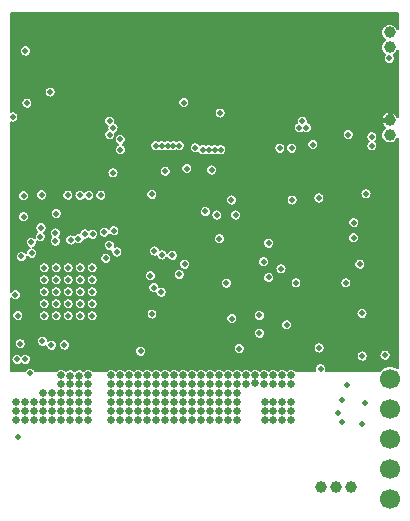
<source format=gbr>
G04 DipTrace 3.1.0.0*
G04 VCC.gbr*
%MOIN*%
G04 #@! TF.FileFunction,Copper,L3,Inr*
G04 #@! TF.Part,Single*
%ADD18C,0.02*%
%ADD33C,0.03937*%
%ADD38C,0.066929*%
G04 #@! TA.AperFunction,CopperBalancing*
%ADD20C,0.005*%
%ADD21C,0.015*%
G04 #@! TA.AperFunction,ViaPad*
%ADD59C,0.025*%
%FSLAX26Y26*%
G04*
G70*
G90*
G75*
G01*
G04 Inner2_Plane*
%LPD*%
D18*
X1161000Y925000D3*
X1059000Y893000D3*
X1202472Y1071953D3*
X1017000Y1160000D3*
X1117472Y1160953D3*
X130000Y825000D3*
X54000Y863000D3*
X67000Y520000D3*
X125000Y510000D3*
X123685Y580472D3*
X154000Y567000D3*
X520000Y744000D3*
X130000Y785000D3*
X83000Y473000D3*
X213000Y546000D3*
X1221995Y1348997D3*
D59*
X683005Y466995D3*
D18*
X969000Y775000D3*
X495000Y759000D3*
X39000Y520000D3*
D59*
X533005Y466995D3*
D18*
X335000Y857000D3*
X50000Y572000D3*
X248706Y1066995D3*
X278706D3*
X130000Y745000D3*
X197000Y568000D3*
D59*
X683005Y436995D3*
X533005D3*
X683005Y406995D3*
D18*
X130000Y705000D3*
Y665000D3*
X170000Y825000D3*
Y785000D3*
Y745000D3*
X205990Y1111995D3*
X223995D3*
X170000Y705000D3*
X1051000Y489000D3*
X348005Y1314003D3*
Y1269003D3*
X580000Y803000D3*
X359003Y1291995D3*
X990000Y1314003D3*
X938000Y635000D3*
D59*
X683005Y376995D3*
X923005Y466995D3*
D18*
X1041000Y589000D3*
D59*
X67000Y377000D3*
X923005Y436995D3*
X713005Y466995D3*
Y436995D3*
Y406995D3*
X36995Y376995D3*
D18*
X359000Y1142000D3*
D59*
X36995Y346995D3*
Y316995D3*
D18*
X1266000Y534000D3*
X754000Y1051000D3*
X847060Y666417D3*
X846995Y606995D3*
X170000Y665000D3*
X210000Y825000D3*
Y785000D3*
D59*
X713005Y376995D3*
D18*
X210000Y745000D3*
Y705000D3*
D59*
X713005Y346995D3*
Y316995D3*
D18*
X210000Y665000D3*
X1221995Y1318997D3*
X250000Y825000D3*
D59*
X593005Y466995D3*
Y436995D3*
D18*
X1004003Y1291995D3*
X980000D3*
X400000Y547000D3*
X452000Y806000D3*
X413000Y690000D3*
X25000Y838000D3*
X34000Y735000D3*
X1046000Y558000D3*
D59*
X593005Y406995D3*
D18*
X1221995Y1262003D3*
D59*
X593005Y376995D3*
D18*
X1190000Y531000D3*
X318706Y1066995D3*
X208706D3*
X1135000Y775000D3*
X919000Y822000D3*
X250000Y785000D3*
X42000Y666000D3*
X250000Y745000D3*
Y705000D3*
Y665000D3*
X290000Y825000D3*
D59*
X66995Y346995D3*
Y316995D3*
D18*
X290000Y785000D3*
Y745000D3*
Y705000D3*
Y665000D3*
X522000Y868000D3*
X557000Y867000D3*
X598000Y837000D3*
X1143000Y1269000D3*
X443000Y1231000D3*
D59*
X533005Y406995D3*
Y376995D3*
X96995D3*
Y346995D3*
Y316995D3*
X533005Y346995D3*
Y316995D3*
X563005Y466995D3*
Y436995D3*
Y406995D3*
Y376995D3*
Y346995D3*
Y316995D3*
X653000Y347000D3*
X923005Y376995D3*
D18*
X1221995Y1232003D3*
D59*
X126995Y376995D3*
Y346995D3*
Y316995D3*
Y406995D3*
X156995D3*
D18*
X938000Y1001000D3*
D59*
X623005Y466995D3*
Y436995D3*
Y406995D3*
Y376995D3*
X923005Y346995D3*
Y316995D3*
X653005Y466995D3*
X156995Y376995D3*
Y346995D3*
Y316995D3*
X653005Y436995D3*
Y406995D3*
Y376995D3*
X953005Y466995D3*
Y436995D3*
X186995Y466995D3*
Y436995D3*
Y406995D3*
X953005Y376995D3*
Y346995D3*
Y316995D3*
X743005Y466995D3*
Y436995D3*
Y406995D3*
Y376995D3*
Y346995D3*
Y316995D3*
X186995Y376995D3*
Y346995D3*
Y316995D3*
X773005Y466995D3*
Y436995D3*
Y406995D3*
Y376995D3*
X216995Y465997D3*
Y436995D3*
Y406995D3*
Y376995D3*
Y346995D3*
Y316995D3*
X773005Y346995D3*
Y316995D3*
X803005Y466995D3*
Y439003D3*
X246995Y465997D3*
Y436995D3*
Y406995D3*
Y376995D3*
Y346995D3*
Y316995D3*
D18*
X1280000Y1523000D3*
X121000Y1068000D3*
D59*
X276995Y466995D3*
Y436995D3*
Y406995D3*
Y376995D3*
Y346995D3*
Y316995D3*
X353005Y466995D3*
Y436995D3*
Y406995D3*
Y376995D3*
Y346995D3*
Y316995D3*
X833005Y466995D3*
Y440000D3*
X383005Y466995D3*
Y436995D3*
Y406995D3*
Y376995D3*
Y346995D3*
Y316995D3*
D18*
X61000Y996000D3*
Y1065000D3*
D59*
X863005Y466995D3*
Y436995D3*
X413005Y466995D3*
Y436995D3*
Y406995D3*
Y376995D3*
Y346995D3*
Y316995D3*
D18*
X956000Y1051000D3*
D59*
X866995Y376995D3*
Y346995D3*
Y316995D3*
X443005Y466995D3*
Y436995D3*
Y406995D3*
Y376995D3*
Y346995D3*
Y316995D3*
X893005Y466995D3*
Y436995D3*
D18*
X633000Y1225000D3*
D59*
X893005Y376995D3*
X473005Y466995D3*
Y436995D3*
Y406995D3*
Y376995D3*
Y346995D3*
Y316995D3*
X893005Y346995D3*
Y316995D3*
X653000Y317000D3*
D18*
X887000Y1224000D3*
D59*
X503005Y466995D3*
Y436995D3*
Y406995D3*
Y376995D3*
Y346995D3*
Y316995D3*
D18*
X768000Y1001000D3*
D59*
X683000Y347000D3*
Y317000D3*
X593000Y347000D3*
Y317000D3*
X623000Y347000D3*
Y317000D3*
D18*
X25000Y1328000D3*
X1190000Y590000D3*
X488756Y1070000D3*
X489000Y671000D3*
X484000Y799000D3*
X451000Y547000D3*
X384000Y1219000D3*
X501680Y1232087D3*
X521365D3*
X541050D3*
X560735D3*
X580420D3*
X659160Y1219087D3*
X678845D3*
X698530D3*
X718215D3*
X915066Y1224087D3*
X954436D3*
X780000Y555997D3*
X755000Y655997D3*
X88000Y874000D3*
X87000Y910000D3*
X117000Y929000D3*
X119000Y959000D3*
X167000Y914000D3*
Y941000D3*
X362000Y949000D3*
X291000Y937000D3*
X170000Y1006000D3*
X347000Y900000D3*
X218000Y918000D3*
X244000Y922000D3*
X265000Y938000D3*
X372000Y878000D3*
X67000Y1548000D3*
X69000Y1623000D3*
X251000Y1259000D3*
X149360Y1411000D3*
X705000Y1001000D3*
X1182000Y837000D3*
X878000Y793000D3*
X1045000Y1058000D3*
X1162000Y976000D3*
X1199000Y374000D3*
X1121000Y384000D3*
X1140000Y436000D3*
X1121000Y311000D3*
X714000Y922000D3*
X667000Y1013000D3*
X1189000Y673000D3*
X533000Y1147000D3*
X330000Y944000D3*
X878000Y907000D3*
X1110000Y341000D3*
X383000Y1253000D3*
X1189000Y304000D3*
X688000Y1151000D3*
X595000Y1376000D3*
X72000Y1374000D3*
X605000Y1156000D3*
X1025000Y1236000D3*
X716000Y1341000D3*
X497000Y881000D3*
X751000Y1140000D3*
X737000Y774000D3*
X861000Y846000D3*
X57000Y1310000D3*
X1296194Y505512D3*
X166000Y968000D3*
X18997Y1669547D2*
D20*
X1306996D1*
X18997Y1664678D2*
X1306996D1*
X18997Y1659810D2*
X1306996D1*
X18997Y1654941D2*
X1306996D1*
X18997Y1650072D2*
X1306996D1*
X18997Y1645203D2*
X1306996D1*
X18997Y1640335D2*
X1306996D1*
X18997Y1635466D2*
X1268803D1*
X1293202D2*
X1306996D1*
X18997Y1630597D2*
X1261400D1*
X1300604D2*
X1306996D1*
X18997Y1625728D2*
X1257143D1*
X1304862D2*
X1307004D1*
X18997Y1620860D2*
X1254448D1*
X18997Y1615991D2*
X1252846D1*
X18997Y1611122D2*
X1252163D1*
X18997Y1606253D2*
X1252319D1*
X18997Y1601385D2*
X1253335D1*
X18997Y1596516D2*
X1255316D1*
X18997Y1591647D2*
X1258520D1*
X18997Y1586778D2*
X1263636D1*
X18997Y1581909D2*
X1261987D1*
X18997Y1577041D2*
X1257514D1*
X18997Y1572172D2*
X1254672D1*
X18997Y1567303D2*
X1252972D1*
X18997Y1562434D2*
X54614D1*
X79383D2*
X1252192D1*
X18997Y1557566D2*
X50434D1*
X83563D2*
X1252260D1*
X18997Y1552697D2*
X48403D1*
X85594D2*
X1253178D1*
X18997Y1547828D2*
X47807D1*
X86199D2*
X1255052D1*
X18997Y1542959D2*
X48491D1*
X85507D2*
X1258100D1*
X1303895D2*
X1306996D1*
X18997Y1538091D2*
X50648D1*
X83358D2*
X1262944D1*
X1299051D2*
X1306996D1*
X18997Y1533222D2*
X55043D1*
X78954D2*
X1263843D1*
X1296160D2*
X1306996D1*
X18997Y1528353D2*
X1261587D1*
X1298416D2*
X1306996D1*
X18997Y1523484D2*
X1260804D1*
X1299188D2*
X1306996D1*
X18997Y1518615D2*
X1261323D1*
X1298680D2*
X1306996D1*
X18997Y1513747D2*
X1263256D1*
X1296747D2*
X1306996D1*
X18997Y1508878D2*
X1267251D1*
X1292752D2*
X1306996D1*
X18997Y1504009D2*
X1306996D1*
X18997Y1499140D2*
X1306996D1*
X18997Y1494272D2*
X1306996D1*
X18997Y1489403D2*
X1306996D1*
X18997Y1484534D2*
X1306996D1*
X18997Y1479665D2*
X1306996D1*
X18997Y1474797D2*
X1306996D1*
X18997Y1469928D2*
X1306996D1*
X18997Y1465059D2*
X1306996D1*
X18997Y1460190D2*
X1306996D1*
X18997Y1455322D2*
X1306996D1*
X18997Y1450453D2*
X1306996D1*
X18997Y1445584D2*
X1306996D1*
X18997Y1440715D2*
X1306996D1*
X18997Y1435846D2*
X1306996D1*
X18997Y1430978D2*
X1306996D1*
X18997Y1426109D2*
X137846D1*
X160877D2*
X1306996D1*
X18997Y1421240D2*
X133217D1*
X165507D2*
X1306996D1*
X18997Y1416371D2*
X130951D1*
X167772D2*
X1306996D1*
X18997Y1411503D2*
X130171D1*
X168552D2*
X1306996D1*
X18997Y1406634D2*
X130678D1*
X168035D2*
X1306996D1*
X18997Y1401765D2*
X132602D1*
X166122D2*
X1306996D1*
X18997Y1396896D2*
X136587D1*
X162136D2*
X1306996D1*
X18997Y1392028D2*
X66538D1*
X77459D2*
X584867D1*
X605125D2*
X1306996D1*
X18997Y1387159D2*
X58217D1*
X85780D2*
X579496D1*
X610507D2*
X1306996D1*
X18997Y1382290D2*
X54740D1*
X89256D2*
X576888D1*
X613104D2*
X1306996D1*
X18997Y1377421D2*
X53119D1*
X90877D2*
X575854D1*
X614139D2*
X1306996D1*
X18997Y1372552D2*
X52856D1*
X91140D2*
X576127D1*
X613875D2*
X1306996D1*
X18997Y1367684D2*
X53900D1*
X90096D2*
X577759D1*
X612244D2*
X1306996D1*
X18997Y1362815D2*
X56518D1*
X87479D2*
X581244D1*
X608759D2*
X1306996D1*
X18997Y1357946D2*
X61919D1*
X82088D2*
X589633D1*
X600360D2*
X707602D1*
X724403D2*
X1306996D1*
X18997Y1353077D2*
X701224D1*
X730770D2*
X1306996D1*
X18997Y1348209D2*
X698247D1*
X733748D2*
X1306996D1*
X36190Y1343340D2*
X696948D1*
X735047D2*
X1269408D1*
X1292587D2*
X1306996D1*
X40995Y1338471D2*
X696976D1*
X735028D2*
X1261694D1*
X1300301D2*
X1306996D1*
X43339Y1333602D2*
X698324D1*
X733671D2*
X1257328D1*
X1304676D2*
X1306993D1*
X44178Y1328734D2*
X335991D1*
X360018D2*
X701391D1*
X730614D2*
X977983D1*
X1002010D2*
X1254564D1*
X43739Y1323865D2*
X331625D1*
X364392D2*
X708022D1*
X723983D2*
X973618D1*
X1006385D2*
X1252904D1*
X41883Y1318996D2*
X329487D1*
X366522D2*
X971479D1*
X1008514D2*
X1252172D1*
X38035Y1314127D2*
X328812D1*
X367206D2*
X970804D1*
X1009198D2*
X1252289D1*
X18997Y1309259D2*
X329419D1*
X366678D2*
X971411D1*
X1011678D2*
X1253256D1*
X18997Y1304390D2*
X331469D1*
X373504D2*
X965503D1*
X1018504D2*
X1255180D1*
X18997Y1299521D2*
X335678D1*
X376619D2*
X962387D1*
X1021619D2*
X1258304D1*
X18997Y1294652D2*
X339995D1*
X378007D2*
X960991D1*
X1023007D2*
X1263276D1*
X18997Y1289783D2*
X339936D1*
X378064D2*
X960932D1*
X1023064D2*
X1262308D1*
X18997Y1284915D2*
X337690D1*
X376804D2*
X962192D1*
X1021804D2*
X1132690D1*
X1153308D2*
X1257709D1*
X18997Y1280046D2*
X332416D1*
X373885D2*
X965122D1*
X1018885D2*
X1127416D1*
X1158583D2*
X1216596D1*
X1227400D2*
X1254799D1*
X18997Y1275177D2*
X329858D1*
X367675D2*
X971332D1*
X988671D2*
X995336D1*
X1012675D2*
X1124848D1*
X1161151D2*
X1208227D1*
X1235760D2*
X1253041D1*
X18997Y1270308D2*
X328852D1*
X367156D2*
X375424D1*
X390575D2*
X1123852D1*
X1162147D2*
X1204740D1*
X1239247D2*
X1252211D1*
X18997Y1265440D2*
X329155D1*
X366864D2*
X368533D1*
X397459D2*
X1124144D1*
X1161854D2*
X1203119D1*
X1240877D2*
X1252231D1*
X18997Y1260571D2*
X330815D1*
X400594D2*
X1125815D1*
X1160194D2*
X1202856D1*
X1241140D2*
X1253110D1*
X18997Y1255702D2*
X334360D1*
X361648D2*
X363992D1*
X402000D2*
X1129360D1*
X1156639D2*
X1203891D1*
X1240096D2*
X1254916D1*
X18997Y1250833D2*
X343091D1*
X352919D2*
X363930D1*
X402068D2*
X1013119D1*
X1036883D2*
X1138080D1*
X1147919D2*
X1206499D1*
X1237488D2*
X1257895D1*
X1304100D2*
X1306993D1*
X18997Y1245965D2*
X365180D1*
X400819D2*
X488647D1*
X593446D2*
X1008676D1*
X1041316D2*
X1209056D1*
X1234930D2*
X1262612D1*
X1299392D2*
X1306996D1*
X18997Y1241096D2*
X368080D1*
X397919D2*
X484799D1*
X597303D2*
X622983D1*
X643016D2*
X906801D1*
X923328D2*
X946176D1*
X962703D2*
X1006508D1*
X1043484D2*
X1205160D1*
X1238836D2*
X1271459D1*
X1290535D2*
X1306996D1*
X18997Y1236227D2*
X374243D1*
X391766D2*
X482944D1*
X599148D2*
X617552D1*
X648455D2*
X651186D1*
X667127D2*
X670873D1*
X686815D2*
X690560D1*
X706503D2*
X710253D1*
X726180D2*
X900346D1*
X929783D2*
X939711D1*
X969159D2*
X1005804D1*
X1044198D2*
X1203286D1*
X1240711D2*
X1306996D1*
X18997Y1231358D2*
X369467D1*
X398534D2*
X482495D1*
X599608D2*
X614916D1*
X732820D2*
X897339D1*
X932791D2*
X936713D1*
X972156D2*
X1006391D1*
X1043612D2*
X1202807D1*
X1241180D2*
X1306996D1*
X18997Y1226490D2*
X366371D1*
X401629D2*
X483344D1*
X598759D2*
X613862D1*
X735887D2*
X896020D1*
X973475D2*
X1008403D1*
X1041600D2*
X1203627D1*
X1240360D2*
X1306996D1*
X18997Y1221621D2*
X364984D1*
X403016D2*
X485688D1*
X596415D2*
X614115D1*
X737244D2*
X896030D1*
X973465D2*
X1012552D1*
X1037450D2*
X1205942D1*
X1238045D2*
X1306996D1*
X18997Y1216752D2*
X364936D1*
X403064D2*
X490483D1*
X591619D2*
X615717D1*
X737264D2*
X897367D1*
X932762D2*
X936732D1*
X972136D2*
X1210678D1*
X1233308D2*
X1306996D1*
X18997Y1211883D2*
X366206D1*
X401786D2*
X619175D1*
X735965D2*
X900404D1*
X929735D2*
X939770D1*
X969100D2*
X1306996D1*
X18997Y1207014D2*
X369144D1*
X398846D2*
X627387D1*
X638612D2*
X644379D1*
X732996D2*
X906938D1*
X923192D2*
X946312D1*
X962556D2*
X1306996D1*
X18997Y1202146D2*
X375404D1*
X392596D2*
X650747D1*
X667567D2*
X670428D1*
X687255D2*
X690125D1*
X706942D2*
X709812D1*
X726629D2*
X1306996D1*
X18997Y1197277D2*
X1306996D1*
X18997Y1192408D2*
X1306996D1*
X18997Y1187539D2*
X1306996D1*
X18997Y1182671D2*
X1306996D1*
X18997Y1177802D2*
X1306996D1*
X18997Y1172933D2*
X596576D1*
X613427D2*
X1306996D1*
X18997Y1168064D2*
X590219D1*
X619783D2*
X679858D1*
X696140D2*
X1306996D1*
X18997Y1163196D2*
X523159D1*
X542840D2*
X587240D1*
X622762D2*
X673324D1*
X702675D2*
X1306996D1*
X18997Y1158327D2*
X349388D1*
X368612D2*
X517622D1*
X548377D2*
X585951D1*
X624051D2*
X670297D1*
X705702D2*
X1306996D1*
X18997Y1153458D2*
X343724D1*
X374276D2*
X514955D1*
X551043D2*
X585980D1*
X624022D2*
X668969D1*
X707039D2*
X1306996D1*
X18997Y1148589D2*
X341000D1*
X377000D2*
X513871D1*
X552127D2*
X587339D1*
X622664D2*
X668959D1*
X707039D2*
X1306996D1*
X18997Y1143720D2*
X339877D1*
X378114D2*
X514096D1*
X551903D2*
X590404D1*
X619598D2*
X670278D1*
X705720D2*
X1306996D1*
X18997Y1138852D2*
X340072D1*
X377928D2*
X515668D1*
X550331D2*
X597045D1*
X612948D2*
X673286D1*
X702713D2*
X1306996D1*
X18997Y1133983D2*
X341606D1*
X376395D2*
X519076D1*
X546923D2*
X679751D1*
X696248D2*
X1306996D1*
X18997Y1129114D2*
X344955D1*
X373045D2*
X527055D1*
X538944D2*
X1306996D1*
X18997Y1124245D2*
X352640D1*
X365360D2*
X1306996D1*
X18997Y1119377D2*
X1306996D1*
X18997Y1114508D2*
X1306996D1*
X18997Y1109639D2*
X1306996D1*
X18997Y1104770D2*
X1306996D1*
X18997Y1099902D2*
X1306996D1*
X18997Y1095033D2*
X1306996D1*
X18997Y1090164D2*
X1197739D1*
X1207206D2*
X1306996D1*
X18997Y1085295D2*
X113392D1*
X128602D2*
X204379D1*
X213035D2*
X244379D1*
X253035D2*
X274379D1*
X283035D2*
X314379D1*
X323035D2*
X477504D1*
X500008D2*
X1188871D1*
X1216072D2*
X1306996D1*
X18997Y1080427D2*
X49936D1*
X72068D2*
X106528D1*
X135467D2*
X195199D1*
X222215D2*
X235199D1*
X262215D2*
X265205D1*
X292215D2*
X305199D1*
X332215D2*
X472739D1*
X504774D2*
X1185307D1*
X1219636D2*
X1306996D1*
X18997Y1075558D2*
X45072D1*
X76932D2*
X103403D1*
X138602D2*
X191587D1*
X225828D2*
X231587D1*
X295828D2*
X301587D1*
X335828D2*
X470404D1*
X507108D2*
X1038071D1*
X1051932D2*
X1183627D1*
X1221316D2*
X1306996D1*
X18997Y1070689D2*
X42690D1*
X79315D2*
X101996D1*
X139999D2*
X189877D1*
X227538D2*
X229871D1*
X297538D2*
X299871D1*
X337538D2*
X469575D1*
X507938D2*
X1030766D1*
X1059236D2*
X1183315D1*
X1221629D2*
X1306996D1*
X18997Y1065820D2*
X41820D1*
X80184D2*
X101928D1*
X140067D2*
X189545D1*
X227870D2*
X229541D1*
X297870D2*
X299541D1*
X337870D2*
X470034D1*
X507479D2*
X742104D1*
X765896D2*
X944096D1*
X967899D2*
X1027514D1*
X1062479D2*
X1184311D1*
X1220633D2*
X1306996D1*
X18997Y1060951D2*
X42251D1*
X79755D2*
X103178D1*
X138816D2*
X190512D1*
X226903D2*
X230512D1*
X296903D2*
X300512D1*
X336903D2*
X471899D1*
X505614D2*
X737671D1*
X770331D2*
X939672D1*
X972332D2*
X1026039D1*
X1063963D2*
X1186850D1*
X1218094D2*
X1306996D1*
X18997Y1056083D2*
X44067D1*
X77938D2*
X106088D1*
X135907D2*
X193022D1*
X224392D2*
X233022D1*
X294392D2*
X303022D1*
X334392D2*
X475766D1*
X501747D2*
X735503D1*
X772488D2*
X937504D1*
X974491D2*
X1025903D1*
X1064100D2*
X1192084D1*
X1212860D2*
X1306996D1*
X18997Y1051214D2*
X47866D1*
X74129D2*
X112270D1*
X129735D2*
X198178D1*
X219236D2*
X238178D1*
X259236D2*
X268178D1*
X289236D2*
X308178D1*
X329236D2*
X734799D1*
X773192D2*
X936801D1*
X975194D2*
X1027075D1*
X1062919D2*
X1306996D1*
X18997Y1046345D2*
X59243D1*
X62759D2*
X735395D1*
X772606D2*
X937387D1*
X974608D2*
X1029877D1*
X1060115D2*
X1306996D1*
X18997Y1041476D2*
X737407D1*
X770594D2*
X939408D1*
X972587D2*
X1035747D1*
X1054247D2*
X1306996D1*
X18997Y1036608D2*
X741567D1*
X766434D2*
X943568D1*
X968436D2*
X1306996D1*
X18997Y1031739D2*
X1306996D1*
X18997Y1026870D2*
X653959D1*
X680038D2*
X1306996D1*
X18997Y1022001D2*
X159828D1*
X180175D2*
X650112D1*
X683885D2*
X1306996D1*
X18997Y1017133D2*
X154476D1*
X185526D2*
X648266D1*
X685731D2*
X695052D1*
X714950D2*
X758051D1*
X777948D2*
X1306996D1*
X18997Y1012264D2*
X51274D1*
X70720D2*
X151879D1*
X188114D2*
X647816D1*
X686180D2*
X689575D1*
X720428D2*
X752572D1*
X783427D2*
X1306996D1*
X18997Y1007395D2*
X45678D1*
X76327D2*
X150854D1*
X189148D2*
X648667D1*
X685340D2*
X686933D1*
X723064D2*
X749927D1*
X786072D2*
X1306996D1*
X18997Y1002526D2*
X42983D1*
X79022D2*
X151127D1*
X188875D2*
X651010D1*
X682987D2*
X685864D1*
X724139D2*
X748862D1*
X787136D2*
X1306996D1*
X18997Y997657D2*
X41879D1*
X80125D2*
X152768D1*
X187235D2*
X655815D1*
X678182D2*
X686108D1*
X723895D2*
X749106D1*
X786892D2*
X1306996D1*
X18997Y992789D2*
X42084D1*
X79920D2*
X156274D1*
X183728D2*
X687699D1*
X722293D2*
X750698D1*
X785301D2*
X1153266D1*
X1170731D2*
X1306996D1*
X18997Y987920D2*
X43636D1*
X78358D2*
X164740D1*
X175262D2*
X691136D1*
X718856D2*
X754135D1*
X781864D2*
X1147094D1*
X1176903D2*
X1306996D1*
X18997Y983051D2*
X47016D1*
X74988D2*
X699262D1*
X710740D2*
X762260D1*
X773739D2*
X1144184D1*
X1179812D2*
X1306996D1*
X18997Y978182D2*
X54828D1*
X67167D2*
X1142934D1*
X1181072D2*
X1306996D1*
X18997Y973314D2*
X106469D1*
X131531D2*
X1142992D1*
X1181004D2*
X1306996D1*
X18997Y968445D2*
X102367D1*
X135633D2*
X1144399D1*
X1179598D2*
X1306996D1*
X18997Y963576D2*
X100375D1*
X137625D2*
X349789D1*
X374207D2*
X1147524D1*
X1176472D2*
X1306996D1*
X18997Y958707D2*
X99808D1*
X138192D2*
X160492D1*
X173504D2*
X317954D1*
X342049D2*
X345522D1*
X378484D2*
X1154388D1*
X1169608D2*
X1306996D1*
X18997Y953839D2*
X100531D1*
X137469D2*
X152904D1*
X181092D2*
X254564D1*
X275438D2*
X282377D1*
X299627D2*
X313598D1*
X380564D2*
X1306996D1*
X18997Y948970D2*
X102719D1*
X135282D2*
X149584D1*
X184412D2*
X249360D1*
X305867D2*
X311479D1*
X381199D2*
X1306996D1*
X18997Y944101D2*
X105472D1*
X130799D2*
X148060D1*
X185936D2*
X246831D1*
X308797D2*
X310804D1*
X380545D2*
X1306996D1*
X18997Y939232D2*
X100854D1*
X133152D2*
X147885D1*
X186112D2*
X236244D1*
X378446D2*
X706244D1*
X721756D2*
X1148373D1*
X1173622D2*
X1306996D1*
X18997Y934364D2*
X98588D1*
X135408D2*
X149018D1*
X184979D2*
X208451D1*
X227547D2*
X229471D1*
X310008D2*
X313480D1*
X346522D2*
X349866D1*
X374139D2*
X699476D1*
X728524D2*
X1144320D1*
X1177684D2*
X1306996D1*
X18997Y929495D2*
X97807D1*
X136190D2*
X151762D1*
X182235D2*
X202759D1*
X308622D2*
X317699D1*
X342293D2*
X696371D1*
X731629D2*
X1142348D1*
X1179647D2*
X1306996D1*
X18997Y924626D2*
X74848D1*
X135682D2*
X151118D1*
X182888D2*
X200014D1*
X305516D2*
X694984D1*
X733016D2*
X871264D1*
X884735D2*
X1141811D1*
X1180194D2*
X1306996D1*
X18997Y919757D2*
X70551D1*
X133748D2*
X148715D1*
X185291D2*
X198881D1*
X269598D2*
X283266D1*
X298728D2*
X694936D1*
X733064D2*
X863832D1*
X892167D2*
X1142552D1*
X1179451D2*
X1306996D1*
X18997Y914888D2*
X68451D1*
X129764D2*
X147827D1*
X186180D2*
X199067D1*
X261795D2*
X335190D1*
X358807D2*
X696206D1*
X731795D2*
X860551D1*
X895448D2*
X1144770D1*
X1177224D2*
X1306996D1*
X18997Y910020D2*
X67807D1*
X106199D2*
X148227D1*
X185770D2*
X200591D1*
X258856D2*
X330717D1*
X363289D2*
X699144D1*
X728856D2*
X859047D1*
X896951D2*
X1149311D1*
X1172684D2*
X1306996D1*
X18997Y905151D2*
X68442D1*
X105555D2*
X150034D1*
X183972D2*
X203920D1*
X232079D2*
X235403D1*
X252606D2*
X328530D1*
X365476D2*
X705395D1*
X722606D2*
X858891D1*
X897108D2*
X1306996D1*
X18997Y900282D2*
X70522D1*
X103475D2*
X153793D1*
X180203D2*
X211528D1*
X224471D2*
X327807D1*
X366199D2*
X860052D1*
X895946D2*
X1306996D1*
X18997Y895413D2*
X74799D1*
X99198D2*
X164467D1*
X169530D2*
X328373D1*
X379304D2*
X484594D1*
X509412D2*
X862827D1*
X893172D2*
X1306996D1*
X18997Y890545D2*
X78793D1*
X97206D2*
X330366D1*
X386366D2*
X480424D1*
X513583D2*
X868627D1*
X887381D2*
X1306996D1*
X18997Y885676D2*
X72895D1*
X103104D2*
X334487D1*
X389549D2*
X478392D1*
X528592D2*
X1306996D1*
X18997Y880807D2*
X47797D1*
X60203D2*
X70083D1*
X105916D2*
X353012D1*
X390984D2*
X477807D1*
X536122D2*
X543891D1*
X570106D2*
X1306996D1*
X18997Y875938D2*
X40004D1*
X107098D2*
X352915D1*
X391083D2*
X478500D1*
X573924D2*
X1306996D1*
X18997Y871070D2*
X36635D1*
X106971D2*
X322182D1*
X347811D2*
X354135D1*
X389862D2*
X480659D1*
X575751D2*
X1306996D1*
X18997Y866201D2*
X35083D1*
X105496D2*
X318227D1*
X351776D2*
X356996D1*
X387000D2*
X485072D1*
X576180D2*
X1306996D1*
X18997Y861332D2*
X34877D1*
X102255D2*
X316312D1*
X353690D2*
X363031D1*
X380975D2*
X504028D1*
X575320D2*
X849799D1*
X872206D2*
X1306996D1*
X18997Y856463D2*
X35980D1*
X72020D2*
X81020D1*
X94988D2*
X315815D1*
X354188D2*
X506782D1*
X537215D2*
X541059D1*
X572948D2*
X845004D1*
X876991D2*
X1306996D1*
X18997Y851594D2*
X38686D1*
X69315D2*
X316606D1*
X353396D2*
X512534D1*
X531472D2*
X545903D1*
X568094D2*
X585815D1*
X610184D2*
X842660D1*
X879344D2*
X1169808D1*
X1194188D2*
X1306996D1*
X18997Y846726D2*
X44291D1*
X63709D2*
X318881D1*
X351122D2*
X581528D1*
X614471D2*
X841820D1*
X880184D2*
X1165531D1*
X1198465D2*
X1306996D1*
X18997Y841857D2*
X121411D1*
X138592D2*
X161411D1*
X178592D2*
X201411D1*
X218592D2*
X241411D1*
X258592D2*
X281411D1*
X298592D2*
X323530D1*
X346463D2*
X579448D1*
X616551D2*
X842270D1*
X879735D2*
X1163442D1*
X1200555D2*
X1306996D1*
X18997Y836988D2*
X115151D1*
X144852D2*
X155151D1*
X184852D2*
X195151D1*
X224852D2*
X235151D1*
X264852D2*
X275151D1*
X304852D2*
X578803D1*
X617196D2*
X844115D1*
X877879D2*
X907319D1*
X930682D2*
X1162807D1*
X1201199D2*
X1306996D1*
X18997Y832119D2*
X112211D1*
X147791D2*
X152211D1*
X187791D2*
X192211D1*
X227791D2*
X232211D1*
X267791D2*
X272211D1*
X307791D2*
X579448D1*
X616551D2*
X847972D1*
X874022D2*
X902778D1*
X935223D2*
X1163451D1*
X1200545D2*
X1306996D1*
X18997Y827251D2*
X110942D1*
X149060D2*
X150944D1*
X189060D2*
X190944D1*
X229060D2*
X230944D1*
X269060D2*
X270944D1*
X309060D2*
X581547D1*
X614451D2*
X900551D1*
X937450D2*
X1165541D1*
X1198455D2*
X1306996D1*
X18997Y822382D2*
X110991D1*
X149012D2*
X150982D1*
X189012D2*
X190982D1*
X229012D2*
X230982D1*
X269012D2*
X270982D1*
X309012D2*
X585844D1*
X610155D2*
X899808D1*
X938192D2*
X1169839D1*
X1194159D2*
X1306996D1*
X18997Y817513D2*
X112367D1*
X147635D2*
X152367D1*
X187635D2*
X192367D1*
X227635D2*
X232367D1*
X267635D2*
X272367D1*
X307635D2*
X480883D1*
X487118D2*
X567709D1*
X592283D2*
X900346D1*
X937655D2*
X1306996D1*
X18997Y812644D2*
X115463D1*
X144530D2*
X155463D1*
X184530D2*
X195463D1*
X224530D2*
X235463D1*
X264530D2*
X275463D1*
X304530D2*
X470717D1*
X497283D2*
X563480D1*
X596522D2*
X902308D1*
X935692D2*
X1306996D1*
X18997Y807776D2*
X122231D1*
X137772D2*
X162231D1*
X177772D2*
X202231D1*
X217772D2*
X242231D1*
X257772D2*
X282231D1*
X297772D2*
X466987D1*
X501014D2*
X561420D1*
X598572D2*
X866039D1*
X889959D2*
X906362D1*
X931639D2*
X1306996D1*
X18997Y802907D2*
X124125D1*
X135877D2*
X164125D1*
X175877D2*
X204125D1*
X215877D2*
X244125D1*
X255877D2*
X284125D1*
X295877D2*
X465219D1*
X502782D2*
X560804D1*
X599198D2*
X861644D1*
X894354D2*
X1306996D1*
X18997Y798038D2*
X116098D1*
X143904D2*
X156098D1*
X183904D2*
X196098D1*
X223904D2*
X236098D1*
X263904D2*
X276098D1*
X303904D2*
X464828D1*
X503172D2*
X561469D1*
X598524D2*
X859496D1*
X896503D2*
X1306996D1*
X18997Y793169D2*
X112680D1*
X147323D2*
X152680D1*
X187323D2*
X192680D1*
X227323D2*
X232680D1*
X267323D2*
X272680D1*
X307323D2*
X465736D1*
X502264D2*
X563598D1*
X596404D2*
X858803D1*
X897196D2*
X964087D1*
X973915D2*
X1130092D1*
X1139911D2*
X1306996D1*
X18997Y788301D2*
X111098D1*
X148904D2*
X151098D1*
X188904D2*
X191098D1*
X228904D2*
X231098D1*
X268904D2*
X271098D1*
X308904D2*
X468168D1*
X499832D2*
X567944D1*
X592059D2*
X724457D1*
X749549D2*
X859399D1*
X896600D2*
X955356D1*
X982644D2*
X1121362D1*
X1148640D2*
X1306996D1*
X18997Y783432D2*
X110873D1*
X149129D2*
X150877D1*
X189129D2*
X190877D1*
X229129D2*
X230877D1*
X269129D2*
X270877D1*
X309129D2*
X473148D1*
X494852D2*
X720356D1*
X753640D2*
X861440D1*
X894559D2*
X951811D1*
X986190D2*
X1117816D1*
X1152186D2*
X1306996D1*
X18997Y778563D2*
X111948D1*
X148055D2*
X151948D1*
X188055D2*
X191948D1*
X228055D2*
X231948D1*
X268055D2*
X271948D1*
X308055D2*
X718364D1*
X755633D2*
X865619D1*
X890379D2*
X950140D1*
X987850D2*
X1116147D1*
X1153856D2*
X1306996D1*
X18997Y773694D2*
X114604D1*
X145388D2*
X154604D1*
X185388D2*
X194604D1*
X225388D2*
X234604D1*
X265388D2*
X274604D1*
X305388D2*
X482934D1*
X507059D2*
X717807D1*
X756199D2*
X949848D1*
X988152D2*
X1115844D1*
X1154148D2*
X1306996D1*
X18997Y768825D2*
X120122D1*
X139881D2*
X160122D1*
X179881D2*
X200122D1*
X219881D2*
X240122D1*
X259881D2*
X280122D1*
X299881D2*
X478588D1*
X511404D2*
X718530D1*
X755467D2*
X950854D1*
X987147D2*
X1116850D1*
X1153152D2*
X1306996D1*
X18997Y763957D2*
X476469D1*
X513524D2*
X720727D1*
X753270D2*
X953412D1*
X984588D2*
X1119408D1*
X1150584D2*
X1306996D1*
X18997Y759088D2*
X117211D1*
X142791D2*
X157211D1*
X182791D2*
X197211D1*
X222791D2*
X237211D1*
X262791D2*
X277211D1*
X302791D2*
X475804D1*
X531541D2*
X725219D1*
X748778D2*
X958686D1*
X979315D2*
X1124682D1*
X1145320D2*
X1306996D1*
X18997Y754219D2*
X113236D1*
X146766D2*
X153236D1*
X186766D2*
X193236D1*
X226766D2*
X233236D1*
X266766D2*
X273236D1*
X306766D2*
X476420D1*
X536160D2*
X1306996D1*
X18997Y749350D2*
X21518D1*
X46483D2*
X111312D1*
X148680D2*
X151312D1*
X188680D2*
X191312D1*
X228680D2*
X231312D1*
X268680D2*
X271312D1*
X308680D2*
X478480D1*
X538416D2*
X1306996D1*
X50614Y744482D2*
X110815D1*
X149188D2*
X150808D1*
X189188D2*
X190808D1*
X229188D2*
X230808D1*
X269188D2*
X270808D1*
X309188D2*
X482719D1*
X539188D2*
X1306996D1*
X52615Y739613D2*
X111596D1*
X148407D2*
X151596D1*
X188407D2*
X191596D1*
X228407D2*
X231596D1*
X268407D2*
X271596D1*
X308407D2*
X501323D1*
X538680D2*
X1306996D1*
X53192Y734744D2*
X113871D1*
X146131D2*
X153871D1*
X186131D2*
X193871D1*
X226131D2*
X233871D1*
X266131D2*
X273871D1*
X306131D2*
X503256D1*
X536747D2*
X1306996D1*
X52479Y729875D2*
X118510D1*
X141492D2*
X158510D1*
X181492D2*
X198510D1*
X221492D2*
X238510D1*
X261492D2*
X278510D1*
X301492D2*
X507251D1*
X532752D2*
X1306996D1*
X50301Y725007D2*
X1306996D1*
X18997Y720138D2*
X22152D1*
X45848D2*
X118530D1*
X141472D2*
X158530D1*
X181472D2*
X198530D1*
X221472D2*
X238530D1*
X261472D2*
X278530D1*
X301472D2*
X1306996D1*
X18997Y715269D2*
X113871D1*
X146122D2*
X153871D1*
X186122D2*
X193871D1*
X226122D2*
X233871D1*
X266122D2*
X273871D1*
X306122D2*
X1306996D1*
X18997Y710400D2*
X111596D1*
X148396D2*
X151596D1*
X188396D2*
X191596D1*
X228396D2*
X231596D1*
X268396D2*
X271596D1*
X308396D2*
X1306996D1*
X18997Y705531D2*
X110815D1*
X149188D2*
X150808D1*
X189188D2*
X190808D1*
X229188D2*
X230808D1*
X269188D2*
X270808D1*
X309188D2*
X1306996D1*
X18997Y700663D2*
X111312D1*
X148690D2*
X151312D1*
X188690D2*
X191312D1*
X228690D2*
X231312D1*
X268690D2*
X271312D1*
X308690D2*
X1306996D1*
X18997Y695794D2*
X113227D1*
X146776D2*
X153227D1*
X186776D2*
X193227D1*
X226776D2*
X233227D1*
X266776D2*
X273227D1*
X306776D2*
X1306996D1*
X18997Y690925D2*
X117192D1*
X142811D2*
X157192D1*
X182811D2*
X197192D1*
X222811D2*
X237192D1*
X262811D2*
X277192D1*
X302811D2*
X1183178D1*
X1194812D2*
X1306996D1*
X18997Y686056D2*
X477416D1*
X500584D2*
X1175122D1*
X1202879D2*
X1306996D1*
X18997Y681188D2*
X30591D1*
X53407D2*
X120140D1*
X139852D2*
X160140D1*
X179852D2*
X200140D1*
X219852D2*
X240140D1*
X259852D2*
X280140D1*
X299852D2*
X472827D1*
X505175D2*
X835092D1*
X859022D2*
X1171694D1*
X1206307D2*
X1306996D1*
X18997Y676319D2*
X25912D1*
X58094D2*
X114614D1*
X145379D2*
X154614D1*
X185379D2*
X194614D1*
X225379D2*
X234614D1*
X265379D2*
X274614D1*
X305379D2*
X470571D1*
X507420D2*
X830698D1*
X863416D2*
X1170102D1*
X1207899D2*
X1306996D1*
X18997Y671450D2*
X23618D1*
X60388D2*
X111948D1*
X148045D2*
X151948D1*
X188045D2*
X191948D1*
X228045D2*
X231948D1*
X268045D2*
X271948D1*
X308045D2*
X469808D1*
X508192D2*
X743969D1*
X766024D2*
X828549D1*
X865564D2*
X1169867D1*
X1208133D2*
X1306996D1*
X18997Y666581D2*
X22807D1*
X61190D2*
X110873D1*
X149129D2*
X150877D1*
X189129D2*
X190877D1*
X229129D2*
X230877D1*
X269129D2*
X270877D1*
X309129D2*
X470336D1*
X507664D2*
X739087D1*
X770916D2*
X827866D1*
X866259D2*
X1170942D1*
X1207059D2*
X1306996D1*
X18997Y661713D2*
X23304D1*
X60702D2*
X111098D1*
X148904D2*
X151098D1*
X188904D2*
X191098D1*
X228904D2*
X231098D1*
X268904D2*
X271098D1*
X308904D2*
X472270D1*
X505731D2*
X736694D1*
X773299D2*
X828461D1*
X865652D2*
X1173598D1*
X1204403D2*
X1306996D1*
X18997Y656844D2*
X25199D1*
X58797D2*
X112680D1*
X147323D2*
X152680D1*
X187323D2*
X192680D1*
X227323D2*
X232680D1*
X267323D2*
X272680D1*
X307323D2*
X476283D1*
X501717D2*
X735824D1*
X774178D2*
X830503D1*
X863622D2*
X1179087D1*
X1198915D2*
X1306996D1*
X18997Y651975D2*
X29135D1*
X54862D2*
X116088D1*
X143915D2*
X156088D1*
X183915D2*
X196088D1*
X223915D2*
X236088D1*
X263915D2*
X276088D1*
X303915D2*
X736244D1*
X773759D2*
X834682D1*
X859432D2*
X929663D1*
X946336D2*
X1306996D1*
X18997Y647106D2*
X124076D1*
X135927D2*
X164076D1*
X175927D2*
X204076D1*
X215927D2*
X244076D1*
X255927D2*
X284076D1*
X295927D2*
X738051D1*
X771951D2*
X923256D1*
X952752D2*
X1306996D1*
X18997Y642238D2*
X741840D1*
X768163D2*
X920259D1*
X955740D2*
X1306996D1*
X18997Y637369D2*
X752895D1*
X757098D2*
X918950D1*
X957049D2*
X1306996D1*
X18997Y632500D2*
X918969D1*
X957030D2*
X1306996D1*
X18997Y627631D2*
X920316D1*
X955682D2*
X1306996D1*
X18997Y622762D2*
X836450D1*
X857547D2*
X923364D1*
X952635D2*
X1306996D1*
X18997Y617894D2*
X831303D1*
X862684D2*
X929955D1*
X946043D2*
X1306996D1*
X18997Y613025D2*
X828793D1*
X865194D2*
X1306996D1*
X18997Y608156D2*
X827836D1*
X866160D2*
X1306996D1*
X18997Y603287D2*
X828168D1*
X865819D2*
X1306996D1*
X18997Y598419D2*
X117944D1*
X129432D2*
X829877D1*
X864110D2*
X1306996D1*
X18997Y593550D2*
X109819D1*
X137547D2*
X833500D1*
X860487D2*
X1306996D1*
X18997Y588681D2*
X41059D1*
X58944D2*
X106391D1*
X140984D2*
X842728D1*
X851259D2*
X1306996D1*
X18997Y583812D2*
X35004D1*
X64988D2*
X104789D1*
X142587D2*
X145322D1*
X162684D2*
X186518D1*
X207479D2*
X1306996D1*
X18997Y578944D2*
X32143D1*
X67860D2*
X104555D1*
X168885D2*
X181343D1*
X212664D2*
X1306996D1*
X18997Y574075D2*
X30923D1*
X69080D2*
X105619D1*
X171804D2*
X178812D1*
X215184D2*
X774720D1*
X785272D2*
X1035951D1*
X1056052D2*
X1306996D1*
X18997Y569206D2*
X31010D1*
X68983D2*
X108266D1*
X173064D2*
X177846D1*
X216160D2*
X766264D1*
X793728D2*
X1030531D1*
X1061463D2*
X1306996D1*
X18997Y564337D2*
X32446D1*
X67556D2*
X113735D1*
X173007D2*
X178168D1*
X215839D2*
X443500D1*
X458504D2*
X762768D1*
X797235D2*
X1027915D1*
X1064091D2*
X1306996D1*
X18997Y559469D2*
X35619D1*
X64373D2*
X136391D1*
X171610D2*
X179867D1*
X214139D2*
X436567D1*
X465428D2*
X761127D1*
X798875D2*
X1026860D1*
X1065135D2*
X1306996D1*
X18997Y554600D2*
X42660D1*
X57343D2*
X139507D1*
X168495D2*
X183461D1*
X210535D2*
X433412D1*
X468583D2*
X760854D1*
X799148D2*
X1027114D1*
X1064881D2*
X1306996D1*
X18997Y549731D2*
X146332D1*
X161668D2*
X192524D1*
X201483D2*
X432007D1*
X469999D2*
X761888D1*
X798114D2*
X1028735D1*
X1063270D2*
X1255395D1*
X1276610D2*
X1306996D1*
X18997Y544862D2*
X431928D1*
X470076D2*
X764476D1*
X795516D2*
X1032192D1*
X1059803D2*
X1176957D1*
X1203045D2*
X1250278D1*
X1281717D2*
X1306996D1*
X18997Y539993D2*
X433168D1*
X468836D2*
X769828D1*
X790164D2*
X1040463D1*
X1051531D2*
X1173110D1*
X1206892D2*
X1247787D1*
X1284207D2*
X1306996D1*
X18997Y535125D2*
X27504D1*
X50496D2*
X55512D1*
X78495D2*
X436059D1*
X465946D2*
X1171264D1*
X1208739D2*
X1246840D1*
X1285164D2*
X1306996D1*
X18997Y530256D2*
X22866D1*
X83133D2*
X442182D1*
X459823D2*
X1170815D1*
X1209178D2*
X1247182D1*
X1284823D2*
X1306996D1*
X18997Y525387D2*
X20600D1*
X85408D2*
X1171664D1*
X1208339D2*
X1248900D1*
X1283094D2*
X1306996D1*
X86190Y520518D2*
X1174018D1*
X1205984D2*
X1252543D1*
X1279451D2*
X1306996D1*
X85682Y515650D2*
X1178823D1*
X1201171D2*
X1261919D1*
X1270087D2*
X1306996D1*
X18997Y510781D2*
X22231D1*
X83768D2*
X1306996D1*
X18997Y505912D2*
X26206D1*
X51795D2*
X54202D1*
X79793D2*
X1042524D1*
X1059471D2*
X1306996D1*
X18997Y501043D2*
X1036196D1*
X1065799D2*
X1306996D1*
X18997Y496175D2*
X1033236D1*
X1068768D2*
X1269720D1*
X1296287D2*
X1306996D1*
X18997Y491306D2*
X78696D1*
X87303D2*
X1031948D1*
X1070056D2*
X1259467D1*
X18997Y486437D2*
X69496D1*
X96503D2*
X178051D1*
X195936D2*
X210883D1*
X223114D2*
X240883D1*
X253114D2*
X268051D1*
X285936D2*
X344056D1*
X361951D2*
X374056D1*
X391951D2*
X404056D1*
X421951D2*
X434056D1*
X451951D2*
X464056D1*
X481951D2*
X494056D1*
X511951D2*
X524056D1*
X541951D2*
X554056D1*
X571951D2*
X584056D1*
X601951D2*
X614056D1*
X631951D2*
X644056D1*
X661951D2*
X674056D1*
X691951D2*
X704056D1*
X721951D2*
X734056D1*
X751951D2*
X764056D1*
X781951D2*
X794056D1*
X811951D2*
X824056D1*
X841951D2*
X854056D1*
X871951D2*
X884056D1*
X901951D2*
X914056D1*
X931951D2*
X944056D1*
X961951D2*
X1031976D1*
X1070018D2*
X1253335D1*
X1307514Y1550324D2*
X1306289Y1547508D1*
X1305199Y1545564D1*
X1303962Y1543711D1*
X1302583Y1541961D1*
X1301070Y1540324D1*
X1299433Y1538811D1*
X1297682Y1537432D1*
X1295829Y1536194D1*
X1294136Y1535245D1*
X1295942Y1532769D1*
X1297274Y1530155D1*
X1298181Y1527365D1*
X1298639Y1524467D1*
Y1521533D1*
X1298181Y1518635D1*
X1297274Y1515845D1*
X1295942Y1513231D1*
X1294218Y1510857D1*
X1292143Y1508782D1*
X1289769Y1507058D1*
X1287155Y1505726D1*
X1284365Y1504819D1*
X1281467Y1504361D1*
X1278533D1*
X1275635Y1504819D1*
X1272845Y1505726D1*
X1270231Y1507058D1*
X1267857Y1508782D1*
X1265782Y1510857D1*
X1264058Y1513231D1*
X1262726Y1515845D1*
X1261819Y1518635D1*
X1261361Y1521533D1*
Y1524467D1*
X1261819Y1527365D1*
X1262726Y1530155D1*
X1264058Y1532769D1*
X1265782Y1535143D1*
X1266542Y1535965D1*
X1264318Y1537432D1*
X1262567Y1538811D1*
X1260930Y1540324D1*
X1259417Y1541961D1*
X1258038Y1543711D1*
X1256801Y1545564D1*
X1255711Y1547508D1*
X1254778Y1549533D1*
X1254007Y1551623D1*
X1253402Y1553768D1*
X1252967Y1555954D1*
X1252705Y1558167D1*
X1252618Y1560394D1*
X1252705Y1562621D1*
X1252967Y1564833D1*
X1253402Y1567020D1*
X1254007Y1569164D1*
X1254778Y1571255D1*
X1255711Y1573280D1*
X1256801Y1575223D1*
X1258038Y1577076D1*
X1259417Y1578827D1*
X1260930Y1580463D1*
X1262567Y1581976D1*
X1264318Y1583356D1*
X1266877Y1584990D1*
X1264318Y1586644D1*
X1262567Y1588024D1*
X1260930Y1589537D1*
X1259417Y1591173D1*
X1258038Y1592924D1*
X1256801Y1594777D1*
X1255711Y1596720D1*
X1254778Y1598745D1*
X1254007Y1600836D1*
X1253402Y1602980D1*
X1252967Y1605167D1*
X1252705Y1607379D1*
X1252618Y1609606D1*
X1252705Y1611833D1*
X1252967Y1614046D1*
X1253402Y1616232D1*
X1254007Y1618377D1*
X1254778Y1620467D1*
X1255711Y1622492D1*
X1256801Y1624436D1*
X1258038Y1626289D1*
X1259417Y1628039D1*
X1260930Y1629676D1*
X1262567Y1631189D1*
X1264318Y1632568D1*
X1266171Y1633806D1*
X1268114Y1634895D1*
X1270139Y1635828D1*
X1272230Y1636600D1*
X1274374Y1637205D1*
X1276560Y1637639D1*
X1278773Y1637902D1*
X1281000Y1637988D1*
X1283227Y1637902D1*
X1285440Y1637639D1*
X1287626Y1637205D1*
X1289770Y1636600D1*
X1291861Y1635828D1*
X1293886Y1634895D1*
X1295829Y1633806D1*
X1297682Y1632568D1*
X1299433Y1631189D1*
X1301070Y1629676D1*
X1302583Y1628039D1*
X1303962Y1626289D1*
X1305199Y1624436D1*
X1306289Y1622492D1*
X1307514Y1619676D1*
X1307500Y1674416D1*
X18497D1*
Y1345539D1*
X20635Y1346181D1*
X23533Y1346639D1*
X26467D1*
X29365Y1346181D1*
X32155Y1345274D1*
X34769Y1343942D1*
X37143Y1342218D1*
X39218Y1340143D1*
X40942Y1337769D1*
X42274Y1335155D1*
X43181Y1332365D1*
X43639Y1329467D1*
Y1326533D1*
X43181Y1323635D1*
X42274Y1320845D1*
X40942Y1318231D1*
X39218Y1315857D1*
X37143Y1313782D1*
X34769Y1312058D1*
X32155Y1310726D1*
X29365Y1309819D1*
X26467Y1309361D1*
X23533D1*
X20635Y1309819D1*
X18486Y1310490D1*
X18497Y921916D1*
Y745461D1*
X19782Y747143D1*
X21857Y749218D1*
X24231Y750942D1*
X26845Y752274D1*
X29635Y753181D1*
X32533Y753639D1*
X35467D1*
X38365Y753181D1*
X41155Y752274D1*
X43769Y750942D1*
X46143Y749218D1*
X48218Y747143D1*
X49942Y744769D1*
X51274Y742155D1*
X52181Y739365D1*
X52639Y736467D1*
Y733533D1*
X52181Y730635D1*
X51274Y727845D1*
X49942Y725231D1*
X48218Y722857D1*
X46143Y720782D1*
X43769Y719058D1*
X41155Y717726D1*
X38365Y716819D1*
X35467Y716361D1*
X32533D1*
X29635Y716819D1*
X26845Y717726D1*
X24231Y719058D1*
X21857Y720782D1*
X19782Y722857D1*
X18482Y724597D1*
X18497Y644416D1*
Y482500D1*
X66906D1*
X67874Y483990D1*
X69780Y486220D1*
X72010Y488126D1*
X74512Y489660D1*
X77222Y490782D1*
X80075Y491467D1*
X83000Y491697D1*
X85925Y491467D1*
X88778Y490782D1*
X91488Y489660D1*
X93990Y488126D1*
X96220Y486220D1*
X98126Y483990D1*
X99102Y482484D1*
X172550Y482500D1*
X174535Y484144D1*
X175919Y485068D1*
X177371Y485882D1*
X178883Y486579D1*
X180445Y487155D1*
X182046Y487606D1*
X183678Y487932D1*
X185332Y488127D1*
X186995Y488192D1*
X188657Y488127D1*
X190311Y487932D1*
X191944Y487606D1*
X193545Y487155D1*
X195106Y486579D1*
X196618Y485882D1*
X198071Y485068D1*
X199454Y484144D1*
X201434Y482491D1*
X203682Y482500D1*
X205919Y484071D1*
X207371Y484885D1*
X208883Y485581D1*
X210445Y486157D1*
X212046Y486609D1*
X213678Y486934D1*
X215332Y487130D1*
X216995Y487194D1*
X218657Y487130D1*
X220311Y486934D1*
X221944Y486609D1*
X223545Y486157D1*
X225106Y485581D1*
X226618Y484885D1*
X228071Y484071D1*
X230286Y482491D1*
X233682Y482500D1*
X235919Y484071D1*
X237371Y484885D1*
X238883Y485581D1*
X240445Y486157D1*
X242046Y486609D1*
X243678Y486934D1*
X245332Y487130D1*
X246995Y487194D1*
X248657Y487130D1*
X250311Y486934D1*
X251944Y486609D1*
X253545Y486157D1*
X255106Y485581D1*
X256618Y484885D1*
X258071Y484071D1*
X260286Y482491D1*
X262550Y482500D1*
X264535Y484144D1*
X265919Y485068D1*
X267371Y485882D1*
X268883Y486579D1*
X270445Y487155D1*
X272046Y487606D1*
X273678Y487932D1*
X275332Y488127D1*
X276995Y488192D1*
X278657Y488127D1*
X280311Y487932D1*
X281944Y487606D1*
X283545Y487155D1*
X285106Y486579D1*
X286618Y485882D1*
X288071Y485068D1*
X289454Y484144D1*
X291434Y482491D1*
X338546Y482500D1*
X340546Y484144D1*
X341929Y485068D1*
X343382Y485882D1*
X344894Y486579D1*
X346455Y487155D1*
X348056Y487606D1*
X349689Y487932D1*
X351343Y488127D1*
X353005Y488192D1*
X354668Y488127D1*
X356322Y487932D1*
X357954Y487606D1*
X359555Y487155D1*
X361117Y486579D1*
X362629Y485882D1*
X364081Y485068D1*
X365465Y484144D1*
X367445Y482491D1*
X368546Y482500D1*
X370546Y484144D1*
X371929Y485068D1*
X373382Y485882D1*
X374894Y486579D1*
X376455Y487155D1*
X378056Y487606D1*
X379689Y487932D1*
X381343Y488127D1*
X383005Y488192D1*
X384668Y488127D1*
X386322Y487932D1*
X387954Y487606D1*
X389555Y487155D1*
X391117Y486579D1*
X392629Y485882D1*
X394081Y485068D1*
X395465Y484144D1*
X397445Y482491D1*
X398546Y482500D1*
X400546Y484144D1*
X401929Y485068D1*
X403382Y485882D1*
X404894Y486579D1*
X406455Y487155D1*
X408056Y487606D1*
X409689Y487932D1*
X411343Y488127D1*
X413005Y488192D1*
X414668Y488127D1*
X416322Y487932D1*
X417954Y487606D1*
X419555Y487155D1*
X421117Y486579D1*
X422629Y485882D1*
X424081Y485068D1*
X425465Y484144D1*
X427445Y482491D1*
X428546Y482500D1*
X430546Y484144D1*
X431929Y485068D1*
X433382Y485882D1*
X434894Y486579D1*
X436455Y487155D1*
X438056Y487606D1*
X439689Y487932D1*
X441343Y488127D1*
X443005Y488192D1*
X444668Y488127D1*
X446322Y487932D1*
X447954Y487606D1*
X449555Y487155D1*
X451117Y486579D1*
X452629Y485882D1*
X454081Y485068D1*
X455465Y484144D1*
X457445Y482491D1*
X458546Y482500D1*
X460546Y484144D1*
X461929Y485068D1*
X463382Y485882D1*
X464894Y486579D1*
X466455Y487155D1*
X468056Y487606D1*
X469689Y487932D1*
X471343Y488127D1*
X473005Y488192D1*
X474668Y488127D1*
X476322Y487932D1*
X477954Y487606D1*
X479555Y487155D1*
X481117Y486579D1*
X482629Y485882D1*
X484081Y485068D1*
X485465Y484144D1*
X487445Y482491D1*
X488546Y482500D1*
X490546Y484144D1*
X491929Y485068D1*
X493382Y485882D1*
X494894Y486579D1*
X496455Y487155D1*
X498056Y487606D1*
X499689Y487932D1*
X501343Y488127D1*
X503005Y488192D1*
X504668Y488127D1*
X506322Y487932D1*
X507954Y487606D1*
X509555Y487155D1*
X511117Y486579D1*
X512629Y485882D1*
X514081Y485068D1*
X515465Y484144D1*
X517445Y482491D1*
X518546Y482500D1*
X520546Y484144D1*
X521929Y485068D1*
X523382Y485882D1*
X524894Y486579D1*
X526455Y487155D1*
X528056Y487606D1*
X529689Y487932D1*
X531343Y488127D1*
X533005Y488192D1*
X534668Y488127D1*
X536322Y487932D1*
X537954Y487606D1*
X539555Y487155D1*
X541117Y486579D1*
X542629Y485882D1*
X544081Y485068D1*
X545465Y484144D1*
X547445Y482491D1*
X548546Y482500D1*
X550546Y484144D1*
X551929Y485068D1*
X553382Y485882D1*
X554894Y486579D1*
X556455Y487155D1*
X558056Y487606D1*
X559689Y487932D1*
X561343Y488127D1*
X563005Y488192D1*
X564668Y488127D1*
X566322Y487932D1*
X567954Y487606D1*
X569555Y487155D1*
X571117Y486579D1*
X572629Y485882D1*
X574081Y485068D1*
X575465Y484144D1*
X577445Y482491D1*
X578546Y482500D1*
X580546Y484144D1*
X581929Y485068D1*
X583382Y485882D1*
X584894Y486579D1*
X586455Y487155D1*
X588056Y487606D1*
X589689Y487932D1*
X591343Y488127D1*
X593005Y488192D1*
X594668Y488127D1*
X596322Y487932D1*
X597954Y487606D1*
X599555Y487155D1*
X601117Y486579D1*
X602629Y485882D1*
X604081Y485068D1*
X605465Y484144D1*
X607445Y482491D1*
X608546Y482500D1*
X610546Y484144D1*
X611929Y485068D1*
X613382Y485882D1*
X614894Y486579D1*
X616455Y487155D1*
X618056Y487606D1*
X619689Y487932D1*
X621343Y488127D1*
X623005Y488192D1*
X624668Y488127D1*
X626322Y487932D1*
X627954Y487606D1*
X629555Y487155D1*
X631117Y486579D1*
X632629Y485882D1*
X634081Y485068D1*
X635465Y484144D1*
X637445Y482491D1*
X638546Y482500D1*
X640546Y484144D1*
X641929Y485068D1*
X643382Y485882D1*
X644894Y486579D1*
X646455Y487155D1*
X648056Y487606D1*
X649689Y487932D1*
X651343Y488127D1*
X653005Y488192D1*
X654668Y488127D1*
X656322Y487932D1*
X657954Y487606D1*
X659555Y487155D1*
X661117Y486579D1*
X662629Y485882D1*
X664081Y485068D1*
X665465Y484144D1*
X667445Y482491D1*
X668546Y482500D1*
X670546Y484144D1*
X671929Y485068D1*
X673382Y485882D1*
X674894Y486579D1*
X676455Y487155D1*
X678056Y487606D1*
X679689Y487932D1*
X681343Y488127D1*
X683005Y488192D1*
X684668Y488127D1*
X686322Y487932D1*
X687954Y487606D1*
X689555Y487155D1*
X691117Y486579D1*
X692629Y485882D1*
X694081Y485068D1*
X695465Y484144D1*
X697445Y482491D1*
X698546Y482500D1*
X700546Y484144D1*
X701929Y485068D1*
X703382Y485882D1*
X704894Y486579D1*
X706455Y487155D1*
X708056Y487606D1*
X709689Y487932D1*
X711343Y488127D1*
X713005Y488192D1*
X714668Y488127D1*
X716322Y487932D1*
X717954Y487606D1*
X719555Y487155D1*
X721117Y486579D1*
X722629Y485882D1*
X724081Y485068D1*
X725465Y484144D1*
X727445Y482491D1*
X728546Y482500D1*
X730546Y484144D1*
X731929Y485068D1*
X733382Y485882D1*
X734894Y486579D1*
X736455Y487155D1*
X738056Y487606D1*
X739689Y487932D1*
X741343Y488127D1*
X743005Y488192D1*
X744668Y488127D1*
X746322Y487932D1*
X747954Y487606D1*
X749555Y487155D1*
X751117Y486579D1*
X752629Y485882D1*
X754081Y485068D1*
X755465Y484144D1*
X757445Y482491D1*
X758546Y482500D1*
X760546Y484144D1*
X761929Y485068D1*
X763382Y485882D1*
X764894Y486579D1*
X766455Y487155D1*
X768056Y487606D1*
X769689Y487932D1*
X771343Y488127D1*
X773005Y488192D1*
X774668Y488127D1*
X776322Y487932D1*
X777954Y487606D1*
X779555Y487155D1*
X781117Y486579D1*
X782629Y485882D1*
X784081Y485068D1*
X785465Y484144D1*
X787445Y482491D1*
X788546Y482500D1*
X790546Y484144D1*
X791929Y485068D1*
X793382Y485882D1*
X794894Y486579D1*
X796455Y487155D1*
X798056Y487606D1*
X799689Y487932D1*
X801343Y488127D1*
X803005Y488192D1*
X804668Y488127D1*
X806322Y487932D1*
X807954Y487606D1*
X809555Y487155D1*
X811117Y486579D1*
X812629Y485882D1*
X814081Y485068D1*
X815465Y484144D1*
X817445Y482491D1*
X818546Y482500D1*
X820546Y484144D1*
X821929Y485068D1*
X823382Y485882D1*
X824894Y486579D1*
X826455Y487155D1*
X828056Y487606D1*
X829689Y487932D1*
X831343Y488127D1*
X833005Y488192D1*
X834668Y488127D1*
X836322Y487932D1*
X837954Y487606D1*
X839555Y487155D1*
X841117Y486579D1*
X842629Y485882D1*
X844081Y485068D1*
X845465Y484144D1*
X847445Y482491D1*
X848546Y482500D1*
X850546Y484144D1*
X851929Y485068D1*
X853382Y485882D1*
X854894Y486579D1*
X856455Y487155D1*
X858056Y487606D1*
X859689Y487932D1*
X861343Y488127D1*
X863005Y488192D1*
X864668Y488127D1*
X866322Y487932D1*
X867954Y487606D1*
X869555Y487155D1*
X871117Y486579D1*
X872629Y485882D1*
X874081Y485068D1*
X875465Y484144D1*
X877445Y482491D1*
X878546Y482500D1*
X880546Y484144D1*
X881929Y485068D1*
X883382Y485882D1*
X884894Y486579D1*
X886455Y487155D1*
X888056Y487606D1*
X889689Y487932D1*
X891343Y488127D1*
X893005Y488192D1*
X894668Y488127D1*
X896322Y487932D1*
X897954Y487606D1*
X899555Y487155D1*
X901117Y486579D1*
X902629Y485882D1*
X904081Y485068D1*
X905465Y484144D1*
X907445Y482491D1*
X908546Y482500D1*
X910546Y484144D1*
X911929Y485068D1*
X913382Y485882D1*
X914894Y486579D1*
X916455Y487155D1*
X918056Y487606D1*
X919689Y487932D1*
X921343Y488127D1*
X923005Y488192D1*
X924668Y488127D1*
X926322Y487932D1*
X927954Y487606D1*
X929555Y487155D1*
X931117Y486579D1*
X932629Y485882D1*
X934081Y485068D1*
X935465Y484144D1*
X937445Y482491D1*
X938546Y482500D1*
X940546Y484144D1*
X941929Y485068D1*
X943382Y485882D1*
X944894Y486579D1*
X946455Y487155D1*
X948056Y487606D1*
X949689Y487932D1*
X951343Y488127D1*
X953005Y488192D1*
X954668Y488127D1*
X956322Y487932D1*
X957954Y487606D1*
X959555Y487155D1*
X961117Y486579D1*
X962629Y485882D1*
X964081Y485068D1*
X965465Y484144D1*
X967445Y482491D1*
X1033469Y482500D1*
X1032819Y484635D1*
X1032361Y487533D1*
Y490467D1*
X1032819Y493365D1*
X1033726Y496155D1*
X1035058Y498769D1*
X1036782Y501143D1*
X1038857Y503218D1*
X1041231Y504942D1*
X1043845Y506274D1*
X1046635Y507181D1*
X1049533Y507639D1*
X1052467D1*
X1055365Y507181D1*
X1058155Y506274D1*
X1060769Y504942D1*
X1063143Y503218D1*
X1065218Y501143D1*
X1066942Y498769D1*
X1068274Y496155D1*
X1069181Y493365D1*
X1069639Y490467D1*
Y487533D1*
X1069181Y484635D1*
X1068510Y482486D1*
X1250206Y482500D1*
X1252794Y485406D1*
X1254589Y487143D1*
X1256486Y488773D1*
X1258474Y490287D1*
X1260549Y491681D1*
X1262703Y492949D1*
X1264929Y494087D1*
X1267218Y495092D1*
X1269562Y495958D1*
X1271954Y496685D1*
X1274385Y497268D1*
X1276845Y497707D1*
X1279328Y497999D1*
X1281823Y498143D1*
X1284323Y498139D1*
X1286818Y497987D1*
X1289299Y497688D1*
X1291759Y497241D1*
X1294188Y496650D1*
X1296577Y495916D1*
X1298919Y495041D1*
X1301205Y494030D1*
X1303427Y492885D1*
X1305576Y491609D1*
X1307509Y490302D1*
X1307500Y1257841D1*
X1306289Y1255114D1*
X1305199Y1253171D1*
X1303962Y1251318D1*
X1302583Y1249567D1*
X1301070Y1247930D1*
X1299433Y1246417D1*
X1297682Y1245038D1*
X1295829Y1243801D1*
X1293886Y1242711D1*
X1291861Y1241778D1*
X1289770Y1241007D1*
X1287626Y1240402D1*
X1285440Y1239967D1*
X1283227Y1239705D1*
X1281000Y1239618D1*
X1278773Y1239705D1*
X1276560Y1239967D1*
X1274374Y1240402D1*
X1272230Y1241007D1*
X1270139Y1241778D1*
X1268114Y1242711D1*
X1266171Y1243801D1*
X1264318Y1245038D1*
X1262567Y1246417D1*
X1260930Y1247930D1*
X1259417Y1249567D1*
X1258038Y1251318D1*
X1256801Y1253171D1*
X1255711Y1255114D1*
X1254778Y1257139D1*
X1254007Y1259230D1*
X1253402Y1261374D1*
X1252967Y1263560D1*
X1252705Y1265773D1*
X1252618Y1268000D1*
X1252705Y1270227D1*
X1252967Y1272440D1*
X1253402Y1274626D1*
X1254007Y1276770D1*
X1254778Y1278861D1*
X1255711Y1280886D1*
X1256801Y1282829D1*
X1258038Y1284682D1*
X1259417Y1286433D1*
X1260930Y1288070D1*
X1262567Y1289583D1*
X1264318Y1290962D1*
X1266877Y1292596D1*
X1264656Y1294009D1*
X1262678Y1295537D1*
X1260843Y1297232D1*
X1259163Y1299083D1*
X1257652Y1301075D1*
X1256323Y1303190D1*
X1255185Y1305416D1*
X1254248Y1307732D1*
X1253517Y1310122D1*
X1253000Y1312568D1*
X1252701Y1315049D1*
X1252619Y1317547D1*
X1252759Y1320042D1*
X1253117Y1322516D1*
X1253692Y1324948D1*
X1254478Y1327320D1*
X1255470Y1329614D1*
X1256660Y1331811D1*
X1258038Y1333896D1*
X1259596Y1335852D1*
X1261318Y1337661D1*
X1263193Y1339314D1*
X1265206Y1340795D1*
X1267343Y1342093D1*
X1269584Y1343198D1*
X1271913Y1344101D1*
X1274315Y1344797D1*
X1276766Y1345278D1*
X1279252Y1345541D1*
X1281751Y1345585D1*
X1284244Y1345409D1*
X1286711Y1345014D1*
X1289135Y1344404D1*
X1291496Y1343583D1*
X1293774Y1342558D1*
X1295955Y1341336D1*
X1298018Y1339927D1*
X1299951Y1338341D1*
X1301736Y1336592D1*
X1303361Y1334693D1*
X1304812Y1332657D1*
X1306079Y1330504D1*
X1307150Y1328245D1*
X1307500Y1327500D1*
Y1550224D1*
X1179639Y923533D2*
X1179181Y920635D1*
X1178274Y917845D1*
X1176942Y915231D1*
X1175218Y912857D1*
X1173143Y910782D1*
X1170769Y909058D1*
X1168155Y907726D1*
X1165365Y906819D1*
X1162467Y906361D1*
X1159533D1*
X1156635Y906819D1*
X1153845Y907726D1*
X1151231Y909058D1*
X1148857Y910782D1*
X1146782Y912857D1*
X1145058Y915231D1*
X1143726Y917845D1*
X1142819Y920635D1*
X1142361Y923533D1*
Y926467D1*
X1142819Y929365D1*
X1143726Y932155D1*
X1145058Y934769D1*
X1146782Y937143D1*
X1148857Y939218D1*
X1151231Y940942D1*
X1153845Y942274D1*
X1156635Y943181D1*
X1159533Y943639D1*
X1162467D1*
X1165365Y943181D1*
X1168155Y942274D1*
X1170769Y940942D1*
X1173143Y939218D1*
X1175218Y937143D1*
X1176942Y934769D1*
X1178274Y932155D1*
X1179181Y929365D1*
X1179639Y926467D1*
Y923533D1*
X1221112Y1070486D2*
X1220654Y1067588D1*
X1219747Y1064798D1*
X1218415Y1062184D1*
X1216690Y1059810D1*
X1214615Y1057735D1*
X1212241Y1056010D1*
X1209627Y1054678D1*
X1206837Y1053772D1*
X1203940Y1053314D1*
X1201005D1*
X1198108Y1053772D1*
X1195318Y1054678D1*
X1192703Y1056010D1*
X1190329Y1057735D1*
X1188255Y1059810D1*
X1186530Y1062184D1*
X1185198Y1064798D1*
X1184291Y1067588D1*
X1183833Y1070486D1*
Y1073420D1*
X1184291Y1076318D1*
X1185198Y1079108D1*
X1186530Y1081722D1*
X1188255Y1084096D1*
X1190329Y1086171D1*
X1192703Y1087895D1*
X1195318Y1089227D1*
X1198108Y1090134D1*
X1201005Y1090592D1*
X1203940D1*
X1206837Y1090134D1*
X1209627Y1089227D1*
X1212241Y1087895D1*
X1214615Y1086171D1*
X1216690Y1084096D1*
X1218415Y1081722D1*
X1219747Y1079108D1*
X1220654Y1076318D1*
X1221112Y1073420D1*
Y1070486D1*
X148639Y823533D2*
X148181Y820635D1*
X147274Y817845D1*
X145942Y815231D1*
X144218Y812857D1*
X142143Y810782D1*
X139769Y809058D1*
X137155Y807726D1*
X134365Y806819D1*
X131467Y806361D1*
X128533D1*
X125635Y806819D1*
X122845Y807726D1*
X120231Y809058D1*
X117857Y810782D1*
X115782Y812857D1*
X114058Y815231D1*
X112726Y817845D1*
X111819Y820635D1*
X111361Y823533D1*
Y826467D1*
X111819Y829365D1*
X112726Y832155D1*
X114058Y834769D1*
X115782Y837143D1*
X117857Y839218D1*
X120231Y840942D1*
X122845Y842274D1*
X125635Y843181D1*
X128533Y843639D1*
X131467D1*
X134365Y843181D1*
X137155Y842274D1*
X139769Y840942D1*
X142143Y839218D1*
X144218Y837143D1*
X145942Y834769D1*
X147274Y832155D1*
X148181Y829365D1*
X148639Y826467D1*
Y823533D1*
X72639Y861533D2*
X72181Y858635D1*
X71274Y855845D1*
X69942Y853231D1*
X68218Y850857D1*
X66143Y848782D1*
X63769Y847058D1*
X61155Y845726D1*
X58365Y844819D1*
X55467Y844361D1*
X52533D1*
X49635Y844819D1*
X46845Y845726D1*
X44231Y847058D1*
X41857Y848782D1*
X39782Y850857D1*
X38058Y853231D1*
X36726Y855845D1*
X35819Y858635D1*
X35361Y861533D1*
Y864467D1*
X35819Y867365D1*
X36726Y870155D1*
X38058Y872769D1*
X39782Y875143D1*
X41857Y877218D1*
X44231Y878942D1*
X46845Y880274D1*
X49635Y881181D1*
X52533Y881639D1*
X55467D1*
X58365Y881181D1*
X61155Y880274D1*
X63769Y878942D1*
X66143Y877218D1*
X68218Y875143D1*
X69302Y873728D1*
X69361Y875467D1*
X69819Y878365D1*
X70726Y881155D1*
X72058Y883769D1*
X73782Y886143D1*
X75857Y888218D1*
X78231Y889942D1*
X80845Y891274D1*
X82482Y891856D1*
X79845Y892726D1*
X77231Y894058D1*
X74857Y895782D1*
X72782Y897857D1*
X71058Y900231D1*
X69726Y902845D1*
X68819Y905635D1*
X68361Y908533D1*
Y911467D1*
X68819Y914365D1*
X69726Y917155D1*
X71058Y919769D1*
X72782Y922143D1*
X74857Y924218D1*
X77231Y925942D1*
X79845Y927274D1*
X82635Y928181D1*
X85533Y928639D1*
X88467D1*
X91365Y928181D1*
X94155Y927274D1*
X96769Y925942D1*
X98869Y924434D1*
X98533Y926075D1*
X98303Y929000D1*
X98533Y931925D1*
X99218Y934778D1*
X100340Y937488D1*
X101874Y939990D1*
X103780Y942220D1*
X106010Y944126D1*
X106921Y944735D1*
X105780Y945780D1*
X103874Y948010D1*
X102340Y950512D1*
X101218Y953222D1*
X100533Y956075D1*
X100303Y959000D1*
X100533Y961925D1*
X101218Y964778D1*
X102340Y967488D1*
X103874Y969990D1*
X105780Y972220D1*
X108010Y974126D1*
X110512Y975660D1*
X113222Y976782D1*
X116075Y977467D1*
X119000Y977697D1*
X121925Y977467D1*
X124778Y976782D1*
X127488Y975660D1*
X129990Y974126D1*
X132220Y972220D1*
X134126Y969990D1*
X135660Y967488D1*
X136782Y964778D1*
X137467Y961925D1*
X137697Y959000D1*
X137467Y956075D1*
X136782Y953222D1*
X135660Y950512D1*
X134126Y948010D1*
X132220Y945780D1*
X129990Y943874D1*
X129079Y943265D1*
X130220Y942220D1*
X132126Y939990D1*
X133660Y937488D1*
X134782Y934778D1*
X135467Y931925D1*
X135697Y929000D1*
X135467Y926075D1*
X134782Y923222D1*
X133660Y920512D1*
X132126Y918010D1*
X130220Y915780D1*
X127990Y913874D1*
X125488Y912340D1*
X122778Y911218D1*
X119925Y910533D1*
X117000Y910303D1*
X114075Y910533D1*
X111222Y911218D1*
X108512Y912340D1*
X106010Y913874D1*
X105131Y914566D1*
X105467Y912925D1*
X105697Y910000D1*
X105467Y907075D1*
X104782Y904222D1*
X103660Y901512D1*
X102126Y899010D1*
X100220Y896780D1*
X97990Y894874D1*
X95488Y893340D1*
X92778Y892218D1*
X92518Y892144D1*
X95155Y891274D1*
X97769Y889942D1*
X100143Y888218D1*
X102218Y886143D1*
X103942Y883769D1*
X105274Y881155D1*
X106181Y878365D1*
X106639Y875467D1*
Y872533D1*
X106181Y869635D1*
X105274Y866845D1*
X103942Y864231D1*
X102218Y861857D1*
X100143Y859782D1*
X97769Y858058D1*
X95155Y856726D1*
X92365Y855819D1*
X89467Y855361D1*
X86533D1*
X83635Y855819D1*
X80845Y856726D1*
X78231Y858058D1*
X75857Y859782D1*
X73782Y861857D1*
X72698Y863272D1*
X72639Y861533D1*
X85639Y518533D2*
X85181Y515635D1*
X84274Y512845D1*
X82942Y510231D1*
X81218Y507857D1*
X79143Y505782D1*
X76769Y504058D1*
X74155Y502726D1*
X71365Y501819D1*
X68467Y501361D1*
X65533D1*
X62635Y501819D1*
X59845Y502726D1*
X57231Y504058D1*
X54857Y505782D1*
X53004Y507617D1*
X51143Y505782D1*
X48769Y504058D1*
X46155Y502726D1*
X43365Y501819D1*
X40467Y501361D1*
X37533D1*
X34635Y501819D1*
X31845Y502726D1*
X29231Y504058D1*
X26857Y505782D1*
X24782Y507857D1*
X23058Y510231D1*
X21726Y512845D1*
X20819Y515635D1*
X20361Y518533D1*
Y521467D1*
X20819Y524365D1*
X21726Y527155D1*
X23058Y529769D1*
X24782Y532143D1*
X26857Y534218D1*
X29231Y535942D1*
X31845Y537274D1*
X34635Y538181D1*
X37533Y538639D1*
X40467D1*
X43365Y538181D1*
X46155Y537274D1*
X48769Y535942D1*
X51143Y534218D1*
X52996Y532383D1*
X54857Y534218D1*
X57231Y535942D1*
X59845Y537274D1*
X62635Y538181D1*
X65533Y538639D1*
X68467D1*
X71365Y538181D1*
X74155Y537274D1*
X76769Y535942D1*
X79143Y534218D1*
X81218Y532143D1*
X82942Y529769D1*
X84274Y527155D1*
X85181Y524365D1*
X85639Y521467D1*
Y518533D1*
X135337Y565867D2*
X133454Y564530D1*
X130840Y563198D1*
X128050Y562291D1*
X125152Y561833D1*
X122218D1*
X119320Y562291D1*
X116530Y563198D1*
X113916Y564530D1*
X111542Y566255D1*
X109467Y568329D1*
X107743Y570703D1*
X106411Y573318D1*
X105504Y576108D1*
X105046Y579005D1*
Y581940D1*
X105504Y584837D1*
X106411Y587627D1*
X107743Y590241D1*
X109467Y592615D1*
X111542Y594690D1*
X113916Y596415D1*
X116530Y597747D1*
X119320Y598654D1*
X122218Y599112D1*
X125152D1*
X128050Y598654D1*
X130840Y597747D1*
X133454Y596415D1*
X135828Y594690D1*
X137903Y592615D1*
X139627Y590241D1*
X140959Y587627D1*
X141866Y584837D1*
X142324Y581940D1*
X142337Y581613D1*
X144231Y582942D1*
X146845Y584274D1*
X149635Y585181D1*
X152533Y585639D1*
X155467D1*
X158365Y585181D1*
X161155Y584274D1*
X163769Y582942D1*
X166143Y581218D1*
X168218Y579143D1*
X169942Y576769D1*
X171274Y574155D1*
X172181Y571365D1*
X172639Y568467D1*
Y565533D1*
X172181Y562635D1*
X171274Y559845D1*
X169942Y557231D1*
X168218Y554857D1*
X166143Y552782D1*
X163769Y551058D1*
X161155Y549726D1*
X158365Y548819D1*
X155467Y548361D1*
X152533D1*
X149635Y548819D1*
X146845Y549726D1*
X144231Y551058D1*
X141857Y552782D1*
X139782Y554857D1*
X138058Y557231D1*
X136726Y559845D1*
X135819Y562635D1*
X135361Y565533D1*
X135348Y565860D1*
X538639Y742533D2*
X538181Y739635D1*
X537274Y736845D1*
X535942Y734231D1*
X534218Y731857D1*
X532143Y729782D1*
X529769Y728058D1*
X527155Y726726D1*
X524365Y725819D1*
X521467Y725361D1*
X518533D1*
X515635Y725819D1*
X512845Y726726D1*
X510231Y728058D1*
X507857Y729782D1*
X505782Y731857D1*
X504058Y734231D1*
X502726Y736845D1*
X501819Y739635D1*
X501487Y741469D1*
X499365Y740819D1*
X496467Y740361D1*
X493533D1*
X490635Y740819D1*
X487845Y741726D1*
X485231Y743058D1*
X482857Y744782D1*
X480782Y746857D1*
X479058Y749231D1*
X477726Y751845D1*
X476819Y754635D1*
X476361Y757533D1*
Y760467D1*
X476819Y763365D1*
X477726Y766155D1*
X479058Y768769D1*
X480782Y771143D1*
X482857Y773218D1*
X485231Y774942D1*
X487845Y776274D1*
X490635Y777181D1*
X493533Y777639D1*
X496467D1*
X499365Y777181D1*
X502155Y776274D1*
X504769Y774942D1*
X507143Y773218D1*
X509218Y771143D1*
X510942Y768769D1*
X512274Y766155D1*
X513181Y763365D1*
X513513Y761531D1*
X515635Y762181D1*
X518533Y762639D1*
X521467D1*
X524365Y762181D1*
X527155Y761274D1*
X529769Y759942D1*
X532143Y758218D1*
X534218Y756143D1*
X535942Y753769D1*
X537274Y751155D1*
X538181Y748365D1*
X538639Y745467D1*
Y742533D1*
X148639Y783533D2*
X148181Y780635D1*
X147274Y777845D1*
X145942Y775231D1*
X144218Y772857D1*
X142143Y770782D1*
X139769Y769058D1*
X137155Y767726D1*
X134365Y766819D1*
X131467Y766361D1*
X128533D1*
X125635Y766819D1*
X122845Y767726D1*
X120231Y769058D1*
X117857Y770782D1*
X115782Y772857D1*
X114058Y775231D1*
X112726Y777845D1*
X111819Y780635D1*
X111361Y783533D1*
Y786467D1*
X111819Y789365D1*
X112726Y792155D1*
X114058Y794769D1*
X115782Y797143D1*
X117857Y799218D1*
X120231Y800942D1*
X122845Y802274D1*
X125635Y803181D1*
X128533Y803639D1*
X131467D1*
X134365Y803181D1*
X137155Y802274D1*
X139769Y800942D1*
X142143Y799218D1*
X144218Y797143D1*
X145942Y794769D1*
X147274Y792155D1*
X148181Y789365D1*
X148639Y786467D1*
Y783533D1*
X987639Y773533D2*
X987181Y770635D1*
X986274Y767845D1*
X984942Y765231D1*
X983218Y762857D1*
X981143Y760782D1*
X978769Y759058D1*
X976155Y757726D1*
X973365Y756819D1*
X970467Y756361D1*
X967533D1*
X964635Y756819D1*
X961845Y757726D1*
X959231Y759058D1*
X956857Y760782D1*
X954782Y762857D1*
X953058Y765231D1*
X951726Y767845D1*
X950819Y770635D1*
X950361Y773533D1*
Y776467D1*
X950819Y779365D1*
X951726Y782155D1*
X953058Y784769D1*
X954782Y787143D1*
X956857Y789218D1*
X959231Y790942D1*
X961845Y792274D1*
X964635Y793181D1*
X967533Y793639D1*
X970467D1*
X973365Y793181D1*
X976155Y792274D1*
X978769Y790942D1*
X981143Y789218D1*
X983218Y787143D1*
X984942Y784769D1*
X986274Y782155D1*
X987181Y779365D1*
X987639Y776467D1*
Y773533D1*
X353639Y855533D2*
X353181Y852635D1*
X352274Y849845D1*
X350942Y847231D1*
X349218Y844857D1*
X347143Y842782D1*
X344769Y841058D1*
X342155Y839726D1*
X339365Y838819D1*
X336467Y838361D1*
X333533D1*
X330635Y838819D1*
X327845Y839726D1*
X325231Y841058D1*
X322857Y842782D1*
X320782Y844857D1*
X319058Y847231D1*
X317726Y849845D1*
X316819Y852635D1*
X316361Y855533D1*
Y858467D1*
X316819Y861365D1*
X317726Y864155D1*
X319058Y866769D1*
X320782Y869143D1*
X322857Y871218D1*
X325231Y872942D1*
X327845Y874274D1*
X330635Y875181D1*
X333533Y875639D1*
X336467D1*
X339365Y875181D1*
X342155Y874274D1*
X344769Y872942D1*
X347143Y871218D1*
X349218Y869143D1*
X350942Y866769D1*
X352274Y864155D1*
X353181Y861365D1*
X353639Y858467D1*
Y855533D1*
X68639Y570533D2*
X68181Y567635D1*
X67274Y564845D1*
X65942Y562231D1*
X64218Y559857D1*
X62143Y557782D1*
X59769Y556058D1*
X57155Y554726D1*
X54365Y553819D1*
X51467Y553361D1*
X48533D1*
X45635Y553819D1*
X42845Y554726D1*
X40231Y556058D1*
X37857Y557782D1*
X35782Y559857D1*
X34058Y562231D1*
X32726Y564845D1*
X31819Y567635D1*
X31361Y570533D1*
Y573467D1*
X31819Y576365D1*
X32726Y579155D1*
X34058Y581769D1*
X35782Y584143D1*
X37857Y586218D1*
X40231Y587942D1*
X42845Y589274D1*
X45635Y590181D1*
X48533Y590639D1*
X51467D1*
X54365Y590181D1*
X57155Y589274D1*
X59769Y587942D1*
X62143Y586218D1*
X64218Y584143D1*
X65942Y581769D1*
X67274Y579155D1*
X68181Y576365D1*
X68639Y573467D1*
Y570533D1*
X263701Y1055839D2*
X261927Y1053774D1*
X259696Y1051869D1*
X257194Y1050335D1*
X254484Y1049213D1*
X251631Y1048528D1*
X248706Y1048298D1*
X245781Y1048528D1*
X242928Y1049213D1*
X240218Y1050335D1*
X237717Y1051869D1*
X235486Y1053774D1*
X233580Y1056005D1*
X232046Y1058507D1*
X230924Y1061217D1*
X230239Y1064070D1*
X230009Y1066995D1*
X230239Y1069920D1*
X230924Y1072773D1*
X232046Y1075483D1*
X233580Y1077984D1*
X235486Y1080215D1*
X237717Y1082121D1*
X240218Y1083655D1*
X242928Y1084777D1*
X245781Y1085462D1*
X248706Y1085692D1*
X251631Y1085462D1*
X254484Y1084777D1*
X257194Y1083655D1*
X259696Y1082121D1*
X261927Y1080215D1*
X263701Y1078151D1*
X265486Y1080215D1*
X267717Y1082121D1*
X270218Y1083655D1*
X272928Y1084777D1*
X275781Y1085462D1*
X278706Y1085692D1*
X281631Y1085462D1*
X284484Y1084777D1*
X287194Y1083655D1*
X289696Y1082121D1*
X291927Y1080215D1*
X293832Y1077984D1*
X295366Y1075483D1*
X296488Y1072773D1*
X297173Y1069920D1*
X297403Y1066995D1*
X297173Y1064070D1*
X296488Y1061217D1*
X295366Y1058507D1*
X293832Y1056005D1*
X291927Y1053774D1*
X289696Y1051869D1*
X287194Y1050335D1*
X284484Y1049213D1*
X281631Y1048528D1*
X278706Y1048298D1*
X275781Y1048528D1*
X272928Y1049213D1*
X270218Y1050335D1*
X267717Y1051869D1*
X265486Y1053774D1*
X263711Y1055839D1*
X148639Y743533D2*
X148181Y740635D1*
X147274Y737845D1*
X145942Y735231D1*
X144218Y732857D1*
X142143Y730782D1*
X139769Y729058D1*
X137155Y727726D1*
X134365Y726819D1*
X131467Y726361D1*
X128533D1*
X125635Y726819D1*
X122845Y727726D1*
X120231Y729058D1*
X117857Y730782D1*
X115782Y732857D1*
X114058Y735231D1*
X112726Y737845D1*
X111819Y740635D1*
X111361Y743533D1*
Y746467D1*
X111819Y749365D1*
X112726Y752155D1*
X114058Y754769D1*
X115782Y757143D1*
X117857Y759218D1*
X120231Y760942D1*
X122845Y762274D1*
X125635Y763181D1*
X128533Y763639D1*
X131467D1*
X134365Y763181D1*
X137155Y762274D1*
X139769Y760942D1*
X142143Y759218D1*
X144218Y757143D1*
X145942Y754769D1*
X147274Y752155D1*
X148181Y749365D1*
X148639Y746467D1*
Y743533D1*
X215639Y566533D2*
X215181Y563635D1*
X214274Y560845D1*
X212942Y558231D1*
X211218Y555857D1*
X209143Y553782D1*
X206769Y552058D1*
X204155Y550726D1*
X201365Y549819D1*
X198467Y549361D1*
X195533D1*
X192635Y549819D1*
X189845Y550726D1*
X187231Y552058D1*
X184857Y553782D1*
X182782Y555857D1*
X181058Y558231D1*
X179726Y560845D1*
X178819Y563635D1*
X178361Y566533D1*
Y569467D1*
X178819Y572365D1*
X179726Y575155D1*
X181058Y577769D1*
X182782Y580143D1*
X184857Y582218D1*
X187231Y583942D1*
X189845Y585274D1*
X192635Y586181D1*
X195533Y586639D1*
X198467D1*
X201365Y586181D1*
X204155Y585274D1*
X206769Y583942D1*
X209143Y582218D1*
X211218Y580143D1*
X212942Y577769D1*
X214274Y575155D1*
X215181Y572365D1*
X215639Y569467D1*
Y566533D1*
X148639Y703533D2*
X148181Y700635D1*
X147274Y697845D1*
X145942Y695231D1*
X144218Y692857D1*
X142143Y690782D1*
X139769Y689058D1*
X137155Y687726D1*
X134365Y686819D1*
X131467Y686361D1*
X128533D1*
X125635Y686819D1*
X122845Y687726D1*
X120231Y689058D1*
X117857Y690782D1*
X115782Y692857D1*
X114058Y695231D1*
X112726Y697845D1*
X111819Y700635D1*
X111361Y703533D1*
Y706467D1*
X111819Y709365D1*
X112726Y712155D1*
X114058Y714769D1*
X115782Y717143D1*
X117857Y719218D1*
X120231Y720942D1*
X122845Y722274D1*
X125635Y723181D1*
X128533Y723639D1*
X131467D1*
X134365Y723181D1*
X137155Y722274D1*
X139769Y720942D1*
X142143Y719218D1*
X144218Y717143D1*
X145942Y714769D1*
X147274Y712155D1*
X148181Y709365D1*
X148639Y706467D1*
Y703533D1*
Y663533D2*
X148181Y660635D1*
X147274Y657845D1*
X145942Y655231D1*
X144218Y652857D1*
X142143Y650782D1*
X139769Y649058D1*
X137155Y647726D1*
X134365Y646819D1*
X131467Y646361D1*
X128533D1*
X125635Y646819D1*
X122845Y647726D1*
X120231Y649058D1*
X117857Y650782D1*
X115782Y652857D1*
X114058Y655231D1*
X112726Y657845D1*
X111819Y660635D1*
X111361Y663533D1*
Y666467D1*
X111819Y669365D1*
X112726Y672155D1*
X114058Y674769D1*
X115782Y677143D1*
X117857Y679218D1*
X120231Y680942D1*
X122845Y682274D1*
X125635Y683181D1*
X128533Y683639D1*
X131467D1*
X134365Y683181D1*
X137155Y682274D1*
X139769Y680942D1*
X142143Y679218D1*
X144218Y677143D1*
X145942Y674769D1*
X147274Y672155D1*
X148181Y669365D1*
X148639Y666467D1*
Y663533D1*
X188639Y823533D2*
X188181Y820635D1*
X187274Y817845D1*
X185942Y815231D1*
X184218Y812857D1*
X182143Y810782D1*
X179769Y809058D1*
X177155Y807726D1*
X174365Y806819D1*
X171467Y806361D1*
X168533D1*
X165635Y806819D1*
X162845Y807726D1*
X160231Y809058D1*
X157857Y810782D1*
X155782Y812857D1*
X154058Y815231D1*
X152726Y817845D1*
X151819Y820635D1*
X151361Y823533D1*
Y826467D1*
X151819Y829365D1*
X152726Y832155D1*
X154058Y834769D1*
X155782Y837143D1*
X157857Y839218D1*
X160231Y840942D1*
X162845Y842274D1*
X165635Y843181D1*
X168533Y843639D1*
X171467D1*
X174365Y843181D1*
X177155Y842274D1*
X179769Y840942D1*
X182143Y839218D1*
X184218Y837143D1*
X185942Y834769D1*
X187274Y832155D1*
X188181Y829365D1*
X188639Y826467D1*
Y823533D1*
Y783533D2*
X188181Y780635D1*
X187274Y777845D1*
X185942Y775231D1*
X184218Y772857D1*
X182143Y770782D1*
X179769Y769058D1*
X177155Y767726D1*
X174365Y766819D1*
X171467Y766361D1*
X168533D1*
X165635Y766819D1*
X162845Y767726D1*
X160231Y769058D1*
X157857Y770782D1*
X155782Y772857D1*
X154058Y775231D1*
X152726Y777845D1*
X151819Y780635D1*
X151361Y783533D1*
Y786467D1*
X151819Y789365D1*
X152726Y792155D1*
X154058Y794769D1*
X155782Y797143D1*
X157857Y799218D1*
X160231Y800942D1*
X162845Y802274D1*
X165635Y803181D1*
X168533Y803639D1*
X171467D1*
X174365Y803181D1*
X177155Y802274D1*
X179769Y800942D1*
X182143Y799218D1*
X184218Y797143D1*
X185942Y794769D1*
X187274Y792155D1*
X188181Y789365D1*
X188639Y786467D1*
Y783533D1*
Y743533D2*
X188181Y740635D1*
X187274Y737845D1*
X185942Y735231D1*
X184218Y732857D1*
X182143Y730782D1*
X179769Y729058D1*
X177155Y727726D1*
X174365Y726819D1*
X171467Y726361D1*
X168533D1*
X165635Y726819D1*
X162845Y727726D1*
X160231Y729058D1*
X157857Y730782D1*
X155782Y732857D1*
X154058Y735231D1*
X152726Y737845D1*
X151819Y740635D1*
X151361Y743533D1*
Y746467D1*
X151819Y749365D1*
X152726Y752155D1*
X154058Y754769D1*
X155782Y757143D1*
X157857Y759218D1*
X160231Y760942D1*
X162845Y762274D1*
X165635Y763181D1*
X168533Y763639D1*
X171467D1*
X174365Y763181D1*
X177155Y762274D1*
X179769Y760942D1*
X182143Y759218D1*
X184218Y757143D1*
X185942Y754769D1*
X187274Y752155D1*
X188181Y749365D1*
X188639Y746467D1*
Y743533D1*
Y703533D2*
X188181Y700635D1*
X187274Y697845D1*
X185942Y695231D1*
X184218Y692857D1*
X182143Y690782D1*
X179769Y689058D1*
X177155Y687726D1*
X174365Y686819D1*
X171467Y686361D1*
X168533D1*
X165635Y686819D1*
X162845Y687726D1*
X160231Y689058D1*
X157857Y690782D1*
X155782Y692857D1*
X154058Y695231D1*
X152726Y697845D1*
X151819Y700635D1*
X151361Y703533D1*
Y706467D1*
X151819Y709365D1*
X152726Y712155D1*
X154058Y714769D1*
X155782Y717143D1*
X157857Y719218D1*
X160231Y720942D1*
X162845Y722274D1*
X165635Y723181D1*
X168533Y723639D1*
X171467D1*
X174365Y723181D1*
X177155Y722274D1*
X179769Y720942D1*
X182143Y719218D1*
X184218Y717143D1*
X185942Y714769D1*
X187274Y712155D1*
X188181Y709365D1*
X188639Y706467D1*
Y703533D1*
X366644Y1312535D2*
X366186Y1309638D1*
X366091Y1309301D1*
X368772Y1307937D1*
X371146Y1306213D1*
X373220Y1304138D1*
X374945Y1301764D1*
X376277Y1299150D1*
X377184Y1296360D1*
X377642Y1293462D1*
Y1290528D1*
X377184Y1287630D1*
X376277Y1284840D1*
X374945Y1282226D1*
X373220Y1279852D1*
X371146Y1277777D1*
X368772Y1276052D1*
X366157Y1274720D1*
X365840Y1274604D1*
X366472Y1271928D1*
X366702Y1269003D1*
X366472Y1266077D1*
X365787Y1263224D1*
X364665Y1260514D1*
X363131Y1258013D1*
X361226Y1255782D1*
X358995Y1253877D1*
X356493Y1252343D1*
X353783Y1251220D1*
X350930Y1250535D1*
X348005Y1250306D1*
X345080Y1250535D1*
X342227Y1251220D1*
X339517Y1252343D1*
X337016Y1253877D1*
X334785Y1255782D1*
X332879Y1258013D1*
X331345Y1260514D1*
X330223Y1263224D1*
X329538Y1266077D1*
X329308Y1269003D1*
X329538Y1271928D1*
X330223Y1274781D1*
X331345Y1277491D1*
X332879Y1279992D1*
X334785Y1282223D1*
X337016Y1284129D1*
X339517Y1285663D1*
X341168Y1286394D1*
X340535Y1289070D1*
X340306Y1291995D1*
X340535Y1294920D1*
X340917Y1296697D1*
X338236Y1298060D1*
X335862Y1299785D1*
X333787Y1301860D1*
X332063Y1304234D1*
X330731Y1306848D1*
X329824Y1309638D1*
X329366Y1312535D1*
Y1315470D1*
X329824Y1318367D1*
X330731Y1321157D1*
X332063Y1323772D1*
X333787Y1326146D1*
X335862Y1328220D1*
X338236Y1329945D1*
X340850Y1331277D1*
X343640Y1332184D1*
X346538Y1332642D1*
X349472D1*
X352370Y1332184D1*
X355160Y1331277D1*
X357774Y1329945D1*
X360148Y1328220D1*
X362223Y1326146D1*
X363948Y1323772D1*
X365280Y1321157D1*
X366186Y1318367D1*
X366644Y1315470D1*
Y1312535D1*
X598639Y801533D2*
X598181Y798635D1*
X597274Y795845D1*
X595942Y793231D1*
X594218Y790857D1*
X592143Y788782D1*
X589769Y787058D1*
X587155Y785726D1*
X584365Y784819D1*
X581467Y784361D1*
X578533D1*
X575635Y784819D1*
X572845Y785726D1*
X570231Y787058D1*
X567857Y788782D1*
X565782Y790857D1*
X564058Y793231D1*
X562726Y795845D1*
X561819Y798635D1*
X561361Y801533D1*
Y804467D1*
X561819Y807365D1*
X562726Y810155D1*
X564058Y812769D1*
X565782Y815143D1*
X567857Y817218D1*
X570231Y818942D1*
X572845Y820274D1*
X575635Y821181D1*
X578533Y821639D1*
X581467D1*
X584365Y821181D1*
X587155Y820274D1*
X589769Y818942D1*
X592143Y817218D1*
X594218Y815143D1*
X595942Y812769D1*
X597274Y810155D1*
X598181Y807365D1*
X598639Y804467D1*
Y801533D1*
X1008639Y1312535D2*
X1008291Y1310194D1*
X1011157Y1309269D1*
X1013772Y1307937D1*
X1016146Y1306213D1*
X1018220Y1304138D1*
X1019945Y1301764D1*
X1021277Y1299150D1*
X1022184Y1296360D1*
X1022642Y1293462D1*
Y1290528D1*
X1022184Y1287630D1*
X1021277Y1284840D1*
X1019945Y1282226D1*
X1018220Y1279852D1*
X1016146Y1277777D1*
X1013772Y1276052D1*
X1011157Y1274720D1*
X1008367Y1273814D1*
X1005470Y1273356D1*
X1002535D1*
X999638Y1273814D1*
X996848Y1274720D1*
X994234Y1276052D1*
X992008Y1277660D1*
X989769Y1276052D1*
X987155Y1274720D1*
X984365Y1273814D1*
X981467Y1273356D1*
X978533D1*
X975635Y1273814D1*
X972845Y1274720D1*
X970231Y1276052D1*
X967857Y1277777D1*
X965782Y1279852D1*
X964058Y1282226D1*
X962726Y1284840D1*
X961819Y1287630D1*
X961361Y1290528D1*
Y1293462D1*
X961819Y1296360D1*
X962726Y1299150D1*
X964058Y1301764D1*
X965782Y1304138D1*
X967857Y1306213D1*
X970231Y1307937D1*
X972017Y1308887D1*
X971533Y1311077D1*
X971303Y1314003D1*
X971533Y1316928D1*
X972218Y1319781D1*
X973340Y1322491D1*
X974874Y1324992D1*
X976780Y1327223D1*
X979010Y1329129D1*
X981512Y1330663D1*
X984222Y1331785D1*
X987075Y1332470D1*
X990000Y1332699D1*
X992925Y1332470D1*
X995778Y1331785D1*
X998488Y1330663D1*
X1000990Y1329129D1*
X1003220Y1327223D1*
X1005126Y1324992D1*
X1006660Y1322491D1*
X1007782Y1319781D1*
X1008467Y1316928D1*
X1008697Y1314003D1*
X1008639Y1312535D1*
X956639Y633533D2*
X956181Y630635D1*
X955274Y627845D1*
X953942Y625231D1*
X952218Y622857D1*
X950143Y620782D1*
X947769Y619058D1*
X945155Y617726D1*
X942365Y616819D1*
X939467Y616361D1*
X936533D1*
X933635Y616819D1*
X930845Y617726D1*
X928231Y619058D1*
X925857Y620782D1*
X923782Y622857D1*
X922058Y625231D1*
X920726Y627845D1*
X919819Y630635D1*
X919361Y633533D1*
Y636467D1*
X919819Y639365D1*
X920726Y642155D1*
X922058Y644769D1*
X923782Y647143D1*
X925857Y649218D1*
X928231Y650942D1*
X930845Y652274D1*
X933635Y653181D1*
X936533Y653639D1*
X939467D1*
X942365Y653181D1*
X945155Y652274D1*
X947769Y650942D1*
X950143Y649218D1*
X952218Y647143D1*
X953942Y644769D1*
X955274Y642155D1*
X956181Y639365D1*
X956639Y636467D1*
Y633533D1*
X377639Y1140533D2*
X377181Y1137635D1*
X376274Y1134845D1*
X374942Y1132231D1*
X373218Y1129857D1*
X371143Y1127782D1*
X368769Y1126058D1*
X366155Y1124726D1*
X363365Y1123819D1*
X360467Y1123361D1*
X357533D1*
X354635Y1123819D1*
X351845Y1124726D1*
X349231Y1126058D1*
X346857Y1127782D1*
X344782Y1129857D1*
X343058Y1132231D1*
X341726Y1134845D1*
X340819Y1137635D1*
X340361Y1140533D1*
Y1143467D1*
X340819Y1146365D1*
X341726Y1149155D1*
X343058Y1151769D1*
X344782Y1154143D1*
X346857Y1156218D1*
X349231Y1157942D1*
X351845Y1159274D1*
X354635Y1160181D1*
X357533Y1160639D1*
X360467D1*
X363365Y1160181D1*
X366155Y1159274D1*
X368769Y1157942D1*
X371143Y1156218D1*
X373218Y1154143D1*
X374942Y1151769D1*
X376274Y1149155D1*
X377181Y1146365D1*
X377639Y1143467D1*
Y1140533D1*
X1284639Y532533D2*
X1284181Y529635D1*
X1283274Y526845D1*
X1281942Y524231D1*
X1280218Y521857D1*
X1278143Y519782D1*
X1275769Y518058D1*
X1273155Y516726D1*
X1270365Y515819D1*
X1267467Y515361D1*
X1264533D1*
X1261635Y515819D1*
X1258845Y516726D1*
X1256231Y518058D1*
X1253857Y519782D1*
X1251782Y521857D1*
X1250058Y524231D1*
X1248726Y526845D1*
X1247819Y529635D1*
X1247361Y532533D1*
Y535467D1*
X1247819Y538365D1*
X1248726Y541155D1*
X1250058Y543769D1*
X1251782Y546143D1*
X1253857Y548218D1*
X1256231Y549942D1*
X1258845Y551274D1*
X1261635Y552181D1*
X1264533Y552639D1*
X1267467D1*
X1270365Y552181D1*
X1273155Y551274D1*
X1275769Y549942D1*
X1278143Y548218D1*
X1280218Y546143D1*
X1281942Y543769D1*
X1283274Y541155D1*
X1284181Y538365D1*
X1284639Y535467D1*
Y532533D1*
X772639Y1049533D2*
X772181Y1046635D1*
X771274Y1043845D1*
X769942Y1041231D1*
X768218Y1038857D1*
X766143Y1036782D1*
X763769Y1035058D1*
X761155Y1033726D1*
X758365Y1032819D1*
X755467Y1032361D1*
X752533D1*
X749635Y1032819D1*
X746845Y1033726D1*
X744231Y1035058D1*
X741857Y1036782D1*
X739782Y1038857D1*
X738058Y1041231D1*
X736726Y1043845D1*
X735819Y1046635D1*
X735361Y1049533D1*
Y1052467D1*
X735819Y1055365D1*
X736726Y1058155D1*
X738058Y1060769D1*
X739782Y1063143D1*
X741857Y1065218D1*
X744231Y1066942D1*
X746845Y1068274D1*
X749635Y1069181D1*
X752533Y1069639D1*
X755467D1*
X758365Y1069181D1*
X761155Y1068274D1*
X763769Y1066942D1*
X766143Y1065218D1*
X768218Y1063143D1*
X769942Y1060769D1*
X771274Y1058155D1*
X772181Y1055365D1*
X772639Y1052467D1*
Y1049533D1*
X865699Y664950D2*
X865241Y662052D1*
X864335Y659262D1*
X863003Y656648D1*
X861278Y654274D1*
X859203Y652199D1*
X856829Y650475D1*
X854215Y649143D1*
X851425Y648236D1*
X848528Y647778D1*
X845593D1*
X842696Y648236D1*
X839906Y649143D1*
X837291Y650475D1*
X834917Y652199D1*
X832843Y654274D1*
X831118Y656648D1*
X829786Y659262D1*
X828879Y662052D1*
X828421Y664950D1*
Y667885D1*
X828879Y670782D1*
X829786Y673572D1*
X831118Y676186D1*
X832843Y678560D1*
X834917Y680635D1*
X837291Y682360D1*
X839906Y683692D1*
X842696Y684598D1*
X845593Y685056D1*
X848528D1*
X851425Y684598D1*
X854215Y683692D1*
X856829Y682360D1*
X859203Y680635D1*
X861278Y678560D1*
X863003Y676186D1*
X864335Y673572D1*
X865241Y670782D1*
X865699Y667885D1*
Y664950D1*
X865634Y605528D2*
X865176Y602630D1*
X864269Y599840D1*
X862937Y597226D1*
X861213Y594852D1*
X859138Y592777D1*
X856764Y591052D1*
X854150Y589720D1*
X851360Y588814D1*
X848462Y588356D1*
X845528D1*
X842630Y588814D1*
X839840Y589720D1*
X837226Y591052D1*
X834852Y592777D1*
X832777Y594852D1*
X831052Y597226D1*
X829720Y599840D1*
X828814Y602630D1*
X828356Y605528D1*
Y608462D1*
X828814Y611360D1*
X829720Y614150D1*
X831052Y616764D1*
X832777Y619138D1*
X834852Y621213D1*
X837226Y622937D1*
X839840Y624269D1*
X842630Y625176D1*
X845528Y625634D1*
X848462D1*
X851360Y625176D1*
X854150Y624269D1*
X856764Y622937D1*
X859138Y621213D1*
X861213Y619138D1*
X862937Y616764D1*
X864269Y614150D1*
X865176Y611360D1*
X865634Y608462D1*
Y605528D1*
X188639Y663533D2*
X188181Y660635D1*
X187274Y657845D1*
X185942Y655231D1*
X184218Y652857D1*
X182143Y650782D1*
X179769Y649058D1*
X177155Y647726D1*
X174365Y646819D1*
X171467Y646361D1*
X168533D1*
X165635Y646819D1*
X162845Y647726D1*
X160231Y649058D1*
X157857Y650782D1*
X155782Y652857D1*
X154058Y655231D1*
X152726Y657845D1*
X151819Y660635D1*
X151361Y663533D1*
Y666467D1*
X151819Y669365D1*
X152726Y672155D1*
X154058Y674769D1*
X155782Y677143D1*
X157857Y679218D1*
X160231Y680942D1*
X162845Y682274D1*
X165635Y683181D1*
X168533Y683639D1*
X171467D1*
X174365Y683181D1*
X177155Y682274D1*
X179769Y680942D1*
X182143Y679218D1*
X184218Y677143D1*
X185942Y674769D1*
X187274Y672155D1*
X188181Y669365D1*
X188639Y666467D1*
Y663533D1*
X228639Y823533D2*
X228181Y820635D1*
X227274Y817845D1*
X225942Y815231D1*
X224218Y812857D1*
X222143Y810782D1*
X219769Y809058D1*
X217155Y807726D1*
X214365Y806819D1*
X211467Y806361D1*
X208533D1*
X205635Y806819D1*
X202845Y807726D1*
X200231Y809058D1*
X197857Y810782D1*
X195782Y812857D1*
X194058Y815231D1*
X192726Y817845D1*
X191819Y820635D1*
X191361Y823533D1*
Y826467D1*
X191819Y829365D1*
X192726Y832155D1*
X194058Y834769D1*
X195782Y837143D1*
X197857Y839218D1*
X200231Y840942D1*
X202845Y842274D1*
X205635Y843181D1*
X208533Y843639D1*
X211467D1*
X214365Y843181D1*
X217155Y842274D1*
X219769Y840942D1*
X222143Y839218D1*
X224218Y837143D1*
X225942Y834769D1*
X227274Y832155D1*
X228181Y829365D1*
X228639Y826467D1*
Y823533D1*
Y783533D2*
X228181Y780635D1*
X227274Y777845D1*
X225942Y775231D1*
X224218Y772857D1*
X222143Y770782D1*
X219769Y769058D1*
X217155Y767726D1*
X214365Y766819D1*
X211467Y766361D1*
X208533D1*
X205635Y766819D1*
X202845Y767726D1*
X200231Y769058D1*
X197857Y770782D1*
X195782Y772857D1*
X194058Y775231D1*
X192726Y777845D1*
X191819Y780635D1*
X191361Y783533D1*
Y786467D1*
X191819Y789365D1*
X192726Y792155D1*
X194058Y794769D1*
X195782Y797143D1*
X197857Y799218D1*
X200231Y800942D1*
X202845Y802274D1*
X205635Y803181D1*
X208533Y803639D1*
X211467D1*
X214365Y803181D1*
X217155Y802274D1*
X219769Y800942D1*
X222143Y799218D1*
X224218Y797143D1*
X225942Y794769D1*
X227274Y792155D1*
X228181Y789365D1*
X228639Y786467D1*
Y783533D1*
Y743533D2*
X228181Y740635D1*
X227274Y737845D1*
X225942Y735231D1*
X224218Y732857D1*
X222143Y730782D1*
X219769Y729058D1*
X217155Y727726D1*
X214365Y726819D1*
X211467Y726361D1*
X208533D1*
X205635Y726819D1*
X202845Y727726D1*
X200231Y729058D1*
X197857Y730782D1*
X195782Y732857D1*
X194058Y735231D1*
X192726Y737845D1*
X191819Y740635D1*
X191361Y743533D1*
Y746467D1*
X191819Y749365D1*
X192726Y752155D1*
X194058Y754769D1*
X195782Y757143D1*
X197857Y759218D1*
X200231Y760942D1*
X202845Y762274D1*
X205635Y763181D1*
X208533Y763639D1*
X211467D1*
X214365Y763181D1*
X217155Y762274D1*
X219769Y760942D1*
X222143Y759218D1*
X224218Y757143D1*
X225942Y754769D1*
X227274Y752155D1*
X228181Y749365D1*
X228639Y746467D1*
Y743533D1*
Y703533D2*
X228181Y700635D1*
X227274Y697845D1*
X225942Y695231D1*
X224218Y692857D1*
X222143Y690782D1*
X219769Y689058D1*
X217155Y687726D1*
X214365Y686819D1*
X211467Y686361D1*
X208533D1*
X205635Y686819D1*
X202845Y687726D1*
X200231Y689058D1*
X197857Y690782D1*
X195782Y692857D1*
X194058Y695231D1*
X192726Y697845D1*
X191819Y700635D1*
X191361Y703533D1*
Y706467D1*
X191819Y709365D1*
X192726Y712155D1*
X194058Y714769D1*
X195782Y717143D1*
X197857Y719218D1*
X200231Y720942D1*
X202845Y722274D1*
X205635Y723181D1*
X208533Y723639D1*
X211467D1*
X214365Y723181D1*
X217155Y722274D1*
X219769Y720942D1*
X222143Y719218D1*
X224218Y717143D1*
X225942Y714769D1*
X227274Y712155D1*
X228181Y709365D1*
X228639Y706467D1*
Y703533D1*
Y663533D2*
X228181Y660635D1*
X227274Y657845D1*
X225942Y655231D1*
X224218Y652857D1*
X222143Y650782D1*
X219769Y649058D1*
X217155Y647726D1*
X214365Y646819D1*
X211467Y646361D1*
X208533D1*
X205635Y646819D1*
X202845Y647726D1*
X200231Y649058D1*
X197857Y650782D1*
X195782Y652857D1*
X194058Y655231D1*
X192726Y657845D1*
X191819Y660635D1*
X191361Y663533D1*
Y666467D1*
X191819Y669365D1*
X192726Y672155D1*
X194058Y674769D1*
X195782Y677143D1*
X197857Y679218D1*
X200231Y680942D1*
X202845Y682274D1*
X205635Y683181D1*
X208533Y683639D1*
X211467D1*
X214365Y683181D1*
X217155Y682274D1*
X219769Y680942D1*
X222143Y679218D1*
X224218Y677143D1*
X225942Y674769D1*
X227274Y672155D1*
X228181Y669365D1*
X228639Y666467D1*
Y663533D1*
X268639Y823533D2*
X268181Y820635D1*
X267274Y817845D1*
X265942Y815231D1*
X264218Y812857D1*
X262143Y810782D1*
X259769Y809058D1*
X257155Y807726D1*
X254365Y806819D1*
X251467Y806361D1*
X248533D1*
X245635Y806819D1*
X242845Y807726D1*
X240231Y809058D1*
X237857Y810782D1*
X235782Y812857D1*
X234058Y815231D1*
X232726Y817845D1*
X231819Y820635D1*
X231361Y823533D1*
Y826467D1*
X231819Y829365D1*
X232726Y832155D1*
X234058Y834769D1*
X235782Y837143D1*
X237857Y839218D1*
X240231Y840942D1*
X242845Y842274D1*
X245635Y843181D1*
X248533Y843639D1*
X251467D1*
X254365Y843181D1*
X257155Y842274D1*
X259769Y840942D1*
X262143Y839218D1*
X264218Y837143D1*
X265942Y834769D1*
X267274Y832155D1*
X268181Y829365D1*
X268639Y826467D1*
Y823533D1*
X1064639Y556533D2*
X1064181Y553635D1*
X1063274Y550845D1*
X1061942Y548231D1*
X1060218Y545857D1*
X1058143Y543782D1*
X1055769Y542058D1*
X1053155Y540726D1*
X1050365Y539819D1*
X1047467Y539361D1*
X1044533D1*
X1041635Y539819D1*
X1038845Y540726D1*
X1036231Y542058D1*
X1033857Y543782D1*
X1031782Y545857D1*
X1030058Y548231D1*
X1028726Y550845D1*
X1027819Y553635D1*
X1027361Y556533D1*
Y559467D1*
X1027819Y562365D1*
X1028726Y565155D1*
X1030058Y567769D1*
X1031782Y570143D1*
X1033857Y572218D1*
X1036231Y573942D1*
X1038845Y575274D1*
X1041635Y576181D1*
X1044533Y576639D1*
X1047467D1*
X1050365Y576181D1*
X1053155Y575274D1*
X1055769Y573942D1*
X1058143Y572218D1*
X1060218Y570143D1*
X1061942Y567769D1*
X1063274Y565155D1*
X1064181Y562365D1*
X1064639Y559467D1*
Y556533D1*
X1240634Y1260535D2*
X1240176Y1257638D1*
X1239269Y1254848D1*
X1237937Y1252234D1*
X1236213Y1249860D1*
X1234138Y1247785D1*
X1233151Y1247008D1*
X1235215Y1245223D1*
X1237121Y1242992D1*
X1238655Y1240491D1*
X1239777Y1237781D1*
X1240462Y1234928D1*
X1240692Y1232003D1*
X1240462Y1229077D1*
X1239777Y1226224D1*
X1238655Y1223514D1*
X1237121Y1221013D1*
X1235215Y1218782D1*
X1232984Y1216877D1*
X1230483Y1215343D1*
X1227773Y1214220D1*
X1224920Y1213535D1*
X1221995Y1213306D1*
X1219070Y1213535D1*
X1216217Y1214220D1*
X1213507Y1215343D1*
X1211005Y1216877D1*
X1208774Y1218782D1*
X1206869Y1221013D1*
X1205335Y1223514D1*
X1204213Y1226224D1*
X1203528Y1229077D1*
X1203298Y1232003D1*
X1203528Y1234928D1*
X1204213Y1237781D1*
X1205335Y1240491D1*
X1206869Y1242992D1*
X1208774Y1245223D1*
X1210839Y1246997D1*
X1208774Y1248782D1*
X1206869Y1251013D1*
X1205335Y1253514D1*
X1204213Y1256224D1*
X1203528Y1259077D1*
X1203298Y1262003D1*
X1203528Y1264928D1*
X1204213Y1267781D1*
X1205335Y1270491D1*
X1206869Y1272992D1*
X1208774Y1275223D1*
X1211005Y1277129D1*
X1213507Y1278663D1*
X1216217Y1279785D1*
X1219070Y1280470D1*
X1221995Y1280699D1*
X1224920Y1280470D1*
X1227773Y1279785D1*
X1230483Y1278663D1*
X1232984Y1277129D1*
X1235215Y1275223D1*
X1237121Y1272992D1*
X1238655Y1270491D1*
X1239777Y1267781D1*
X1240462Y1264928D1*
X1240692Y1262003D1*
X1240634Y1260535D1*
X1208639Y529533D2*
X1208181Y526635D1*
X1207274Y523845D1*
X1205942Y521231D1*
X1204218Y518857D1*
X1202143Y516782D1*
X1199769Y515058D1*
X1197155Y513726D1*
X1194365Y512819D1*
X1191467Y512361D1*
X1188533D1*
X1185635Y512819D1*
X1182845Y513726D1*
X1180231Y515058D1*
X1177857Y516782D1*
X1175782Y518857D1*
X1174058Y521231D1*
X1172726Y523845D1*
X1171819Y526635D1*
X1171361Y529533D1*
Y532467D1*
X1171819Y535365D1*
X1172726Y538155D1*
X1174058Y540769D1*
X1175782Y543143D1*
X1177857Y545218D1*
X1180231Y546942D1*
X1182845Y548274D1*
X1185635Y549181D1*
X1188533Y549639D1*
X1191467D1*
X1194365Y549181D1*
X1197155Y548274D1*
X1199769Y546942D1*
X1202143Y545218D1*
X1204218Y543143D1*
X1205942Y540769D1*
X1207274Y538155D1*
X1208181Y535365D1*
X1208639Y532467D1*
Y529533D1*
X337345Y1065528D2*
X336887Y1062630D1*
X335980Y1059840D1*
X334648Y1057226D1*
X332924Y1054852D1*
X330849Y1052777D1*
X328475Y1051052D1*
X325861Y1049720D1*
X323071Y1048814D1*
X320173Y1048356D1*
X317239D1*
X314341Y1048814D1*
X311551Y1049720D1*
X308937Y1051052D1*
X306563Y1052777D1*
X304488Y1054852D1*
X302764Y1057226D1*
X301432Y1059840D1*
X300525Y1062630D1*
X300067Y1065528D1*
Y1068462D1*
X300525Y1071360D1*
X301432Y1074150D1*
X302764Y1076764D1*
X304488Y1079138D1*
X306563Y1081213D1*
X308937Y1082937D1*
X311551Y1084269D1*
X314341Y1085176D1*
X317239Y1085634D1*
X320173D1*
X323071Y1085176D1*
X325861Y1084269D1*
X328475Y1082937D1*
X330849Y1081213D1*
X332924Y1079138D1*
X334648Y1076764D1*
X335980Y1074150D1*
X336887Y1071360D1*
X337345Y1068462D1*
Y1065528D1*
X227345D2*
X226887Y1062630D1*
X225980Y1059840D1*
X224648Y1057226D1*
X222924Y1054852D1*
X220849Y1052777D1*
X218475Y1051052D1*
X215861Y1049720D1*
X213071Y1048814D1*
X210173Y1048356D1*
X207239D1*
X204341Y1048814D1*
X201551Y1049720D1*
X198937Y1051052D1*
X196563Y1052777D1*
X194488Y1054852D1*
X192764Y1057226D1*
X191432Y1059840D1*
X190525Y1062630D1*
X190067Y1065528D1*
Y1068462D1*
X190525Y1071360D1*
X191432Y1074150D1*
X192764Y1076764D1*
X194488Y1079138D1*
X196563Y1081213D1*
X198937Y1082937D1*
X201551Y1084269D1*
X204341Y1085176D1*
X207239Y1085634D1*
X210173D1*
X213071Y1085176D1*
X215861Y1084269D1*
X218475Y1082937D1*
X220849Y1081213D1*
X222924Y1079138D1*
X224648Y1076764D1*
X225980Y1074150D1*
X226887Y1071360D1*
X227345Y1068462D1*
Y1065528D1*
X1153639Y773533D2*
X1153181Y770635D1*
X1152274Y767845D1*
X1150942Y765231D1*
X1149218Y762857D1*
X1147143Y760782D1*
X1144769Y759058D1*
X1142155Y757726D1*
X1139365Y756819D1*
X1136467Y756361D1*
X1133533D1*
X1130635Y756819D1*
X1127845Y757726D1*
X1125231Y759058D1*
X1122857Y760782D1*
X1120782Y762857D1*
X1119058Y765231D1*
X1117726Y767845D1*
X1116819Y770635D1*
X1116361Y773533D1*
Y776467D1*
X1116819Y779365D1*
X1117726Y782155D1*
X1119058Y784769D1*
X1120782Y787143D1*
X1122857Y789218D1*
X1125231Y790942D1*
X1127845Y792274D1*
X1130635Y793181D1*
X1133533Y793639D1*
X1136467D1*
X1139365Y793181D1*
X1142155Y792274D1*
X1144769Y790942D1*
X1147143Y789218D1*
X1149218Y787143D1*
X1150942Y784769D1*
X1152274Y782155D1*
X1153181Y779365D1*
X1153639Y776467D1*
Y773533D1*
X937639Y820533D2*
X937181Y817635D1*
X936274Y814845D1*
X934942Y812231D1*
X933218Y809857D1*
X931143Y807782D1*
X928769Y806058D1*
X926155Y804726D1*
X923365Y803819D1*
X920467Y803361D1*
X917533D1*
X914635Y803819D1*
X911845Y804726D1*
X909231Y806058D1*
X906857Y807782D1*
X904782Y809857D1*
X903058Y812231D1*
X901726Y814845D1*
X900819Y817635D1*
X900361Y820533D1*
Y823467D1*
X900819Y826365D1*
X901726Y829155D1*
X903058Y831769D1*
X904782Y834143D1*
X906857Y836218D1*
X909231Y837942D1*
X911845Y839274D1*
X914635Y840181D1*
X917533Y840639D1*
X920467D1*
X923365Y840181D1*
X926155Y839274D1*
X928769Y837942D1*
X931143Y836218D1*
X933218Y834143D1*
X934942Y831769D1*
X936274Y829155D1*
X937181Y826365D1*
X937639Y823467D1*
Y820533D1*
X268639Y783533D2*
X268181Y780635D1*
X267274Y777845D1*
X265942Y775231D1*
X264218Y772857D1*
X262143Y770782D1*
X259769Y769058D1*
X257155Y767726D1*
X254365Y766819D1*
X251467Y766361D1*
X248533D1*
X245635Y766819D1*
X242845Y767726D1*
X240231Y769058D1*
X237857Y770782D1*
X235782Y772857D1*
X234058Y775231D1*
X232726Y777845D1*
X231819Y780635D1*
X231361Y783533D1*
Y786467D1*
X231819Y789365D1*
X232726Y792155D1*
X234058Y794769D1*
X235782Y797143D1*
X237857Y799218D1*
X240231Y800942D1*
X242845Y802274D1*
X245635Y803181D1*
X248533Y803639D1*
X251467D1*
X254365Y803181D1*
X257155Y802274D1*
X259769Y800942D1*
X262143Y799218D1*
X264218Y797143D1*
X265942Y794769D1*
X267274Y792155D1*
X268181Y789365D1*
X268639Y786467D1*
Y783533D1*
X60639Y664533D2*
X60181Y661635D1*
X59274Y658845D1*
X57942Y656231D1*
X56218Y653857D1*
X54143Y651782D1*
X51769Y650058D1*
X49155Y648726D1*
X46365Y647819D1*
X43467Y647361D1*
X40533D1*
X37635Y647819D1*
X34845Y648726D1*
X32231Y650058D1*
X29857Y651782D1*
X27782Y653857D1*
X26058Y656231D1*
X24726Y658845D1*
X23819Y661635D1*
X23361Y664533D1*
Y667467D1*
X23819Y670365D1*
X24726Y673155D1*
X26058Y675769D1*
X27782Y678143D1*
X29857Y680218D1*
X32231Y681942D1*
X34845Y683274D1*
X37635Y684181D1*
X40533Y684639D1*
X43467D1*
X46365Y684181D1*
X49155Y683274D1*
X51769Y681942D1*
X54143Y680218D1*
X56218Y678143D1*
X57942Y675769D1*
X59274Y673155D1*
X60181Y670365D1*
X60639Y667467D1*
Y664533D1*
X268639Y743533D2*
X268181Y740635D1*
X267274Y737845D1*
X265942Y735231D1*
X264218Y732857D1*
X262143Y730782D1*
X259769Y729058D1*
X257155Y727726D1*
X254365Y726819D1*
X251467Y726361D1*
X248533D1*
X245635Y726819D1*
X242845Y727726D1*
X240231Y729058D1*
X237857Y730782D1*
X235782Y732857D1*
X234058Y735231D1*
X232726Y737845D1*
X231819Y740635D1*
X231361Y743533D1*
Y746467D1*
X231819Y749365D1*
X232726Y752155D1*
X234058Y754769D1*
X235782Y757143D1*
X237857Y759218D1*
X240231Y760942D1*
X242845Y762274D1*
X245635Y763181D1*
X248533Y763639D1*
X251467D1*
X254365Y763181D1*
X257155Y762274D1*
X259769Y760942D1*
X262143Y759218D1*
X264218Y757143D1*
X265942Y754769D1*
X267274Y752155D1*
X268181Y749365D1*
X268639Y746467D1*
Y743533D1*
Y703533D2*
X268181Y700635D1*
X267274Y697845D1*
X265942Y695231D1*
X264218Y692857D1*
X262143Y690782D1*
X259769Y689058D1*
X257155Y687726D1*
X254365Y686819D1*
X251467Y686361D1*
X248533D1*
X245635Y686819D1*
X242845Y687726D1*
X240231Y689058D1*
X237857Y690782D1*
X235782Y692857D1*
X234058Y695231D1*
X232726Y697845D1*
X231819Y700635D1*
X231361Y703533D1*
Y706467D1*
X231819Y709365D1*
X232726Y712155D1*
X234058Y714769D1*
X235782Y717143D1*
X237857Y719218D1*
X240231Y720942D1*
X242845Y722274D1*
X245635Y723181D1*
X248533Y723639D1*
X251467D1*
X254365Y723181D1*
X257155Y722274D1*
X259769Y720942D1*
X262143Y719218D1*
X264218Y717143D1*
X265942Y714769D1*
X267274Y712155D1*
X268181Y709365D1*
X268639Y706467D1*
Y703533D1*
Y663533D2*
X268181Y660635D1*
X267274Y657845D1*
X265942Y655231D1*
X264218Y652857D1*
X262143Y650782D1*
X259769Y649058D1*
X257155Y647726D1*
X254365Y646819D1*
X251467Y646361D1*
X248533D1*
X245635Y646819D1*
X242845Y647726D1*
X240231Y649058D1*
X237857Y650782D1*
X235782Y652857D1*
X234058Y655231D1*
X232726Y657845D1*
X231819Y660635D1*
X231361Y663533D1*
Y666467D1*
X231819Y669365D1*
X232726Y672155D1*
X234058Y674769D1*
X235782Y677143D1*
X237857Y679218D1*
X240231Y680942D1*
X242845Y682274D1*
X245635Y683181D1*
X248533Y683639D1*
X251467D1*
X254365Y683181D1*
X257155Y682274D1*
X259769Y680942D1*
X262143Y679218D1*
X264218Y677143D1*
X265942Y674769D1*
X267274Y672155D1*
X268181Y669365D1*
X268639Y666467D1*
Y663533D1*
X308639Y823533D2*
X308181Y820635D1*
X307274Y817845D1*
X305942Y815231D1*
X304218Y812857D1*
X302143Y810782D1*
X299769Y809058D1*
X297155Y807726D1*
X294365Y806819D1*
X291467Y806361D1*
X288533D1*
X285635Y806819D1*
X282845Y807726D1*
X280231Y809058D1*
X277857Y810782D1*
X275782Y812857D1*
X274058Y815231D1*
X272726Y817845D1*
X271819Y820635D1*
X271361Y823533D1*
Y826467D1*
X271819Y829365D1*
X272726Y832155D1*
X274058Y834769D1*
X275782Y837143D1*
X277857Y839218D1*
X280231Y840942D1*
X282845Y842274D1*
X285635Y843181D1*
X288533Y843639D1*
X291467D1*
X294365Y843181D1*
X297155Y842274D1*
X299769Y840942D1*
X302143Y839218D1*
X304218Y837143D1*
X305942Y834769D1*
X307274Y832155D1*
X308181Y829365D1*
X308639Y826467D1*
Y823533D1*
Y783533D2*
X308181Y780635D1*
X307274Y777845D1*
X305942Y775231D1*
X304218Y772857D1*
X302143Y770782D1*
X299769Y769058D1*
X297155Y767726D1*
X294365Y766819D1*
X291467Y766361D1*
X288533D1*
X285635Y766819D1*
X282845Y767726D1*
X280231Y769058D1*
X277857Y770782D1*
X275782Y772857D1*
X274058Y775231D1*
X272726Y777845D1*
X271819Y780635D1*
X271361Y783533D1*
Y786467D1*
X271819Y789365D1*
X272726Y792155D1*
X274058Y794769D1*
X275782Y797143D1*
X277857Y799218D1*
X280231Y800942D1*
X282845Y802274D1*
X285635Y803181D1*
X288533Y803639D1*
X291467D1*
X294365Y803181D1*
X297155Y802274D1*
X299769Y800942D1*
X302143Y799218D1*
X304218Y797143D1*
X305942Y794769D1*
X307274Y792155D1*
X308181Y789365D1*
X308639Y786467D1*
Y783533D1*
Y743533D2*
X308181Y740635D1*
X307274Y737845D1*
X305942Y735231D1*
X304218Y732857D1*
X302143Y730782D1*
X299769Y729058D1*
X297155Y727726D1*
X294365Y726819D1*
X291467Y726361D1*
X288533D1*
X285635Y726819D1*
X282845Y727726D1*
X280231Y729058D1*
X277857Y730782D1*
X275782Y732857D1*
X274058Y735231D1*
X272726Y737845D1*
X271819Y740635D1*
X271361Y743533D1*
Y746467D1*
X271819Y749365D1*
X272726Y752155D1*
X274058Y754769D1*
X275782Y757143D1*
X277857Y759218D1*
X280231Y760942D1*
X282845Y762274D1*
X285635Y763181D1*
X288533Y763639D1*
X291467D1*
X294365Y763181D1*
X297155Y762274D1*
X299769Y760942D1*
X302143Y759218D1*
X304218Y757143D1*
X305942Y754769D1*
X307274Y752155D1*
X308181Y749365D1*
X308639Y746467D1*
Y743533D1*
Y703533D2*
X308181Y700635D1*
X307274Y697845D1*
X305942Y695231D1*
X304218Y692857D1*
X302143Y690782D1*
X299769Y689058D1*
X297155Y687726D1*
X294365Y686819D1*
X291467Y686361D1*
X288533D1*
X285635Y686819D1*
X282845Y687726D1*
X280231Y689058D1*
X277857Y690782D1*
X275782Y692857D1*
X274058Y695231D1*
X272726Y697845D1*
X271819Y700635D1*
X271361Y703533D1*
Y706467D1*
X271819Y709365D1*
X272726Y712155D1*
X274058Y714769D1*
X275782Y717143D1*
X277857Y719218D1*
X280231Y720942D1*
X282845Y722274D1*
X285635Y723181D1*
X288533Y723639D1*
X291467D1*
X294365Y723181D1*
X297155Y722274D1*
X299769Y720942D1*
X302143Y719218D1*
X304218Y717143D1*
X305942Y714769D1*
X307274Y712155D1*
X308181Y709365D1*
X308639Y706467D1*
Y703533D1*
Y663533D2*
X308181Y660635D1*
X307274Y657845D1*
X305942Y655231D1*
X304218Y652857D1*
X302143Y650782D1*
X299769Y649058D1*
X297155Y647726D1*
X294365Y646819D1*
X291467Y646361D1*
X288533D1*
X285635Y646819D1*
X282845Y647726D1*
X280231Y649058D1*
X277857Y650782D1*
X275782Y652857D1*
X274058Y655231D1*
X272726Y657845D1*
X271819Y660635D1*
X271361Y663533D1*
Y666467D1*
X271819Y669365D1*
X272726Y672155D1*
X274058Y674769D1*
X275782Y677143D1*
X277857Y679218D1*
X280231Y680942D1*
X282845Y682274D1*
X285635Y683181D1*
X288533Y683639D1*
X291467D1*
X294365Y683181D1*
X297155Y682274D1*
X299769Y680942D1*
X302143Y679218D1*
X304218Y677143D1*
X305942Y674769D1*
X307274Y672155D1*
X308181Y669365D1*
X308639Y666467D1*
Y663533D1*
X539312Y860948D2*
X538660Y859512D1*
X537126Y857010D1*
X535220Y854780D1*
X532990Y852874D1*
X530488Y851340D1*
X527778Y850218D1*
X524925Y849533D1*
X522000Y849303D1*
X519075Y849533D1*
X516222Y850218D1*
X513512Y851340D1*
X511010Y852874D1*
X508780Y854780D1*
X506874Y857010D1*
X505340Y859512D1*
X504218Y862222D1*
X503831Y863597D1*
X501365Y862819D1*
X498467Y862361D1*
X495533D1*
X492635Y862819D1*
X489845Y863726D1*
X487231Y865058D1*
X484857Y866782D1*
X482782Y868857D1*
X481058Y871231D1*
X479726Y873845D1*
X478819Y876635D1*
X478361Y879533D1*
Y882467D1*
X478819Y885365D1*
X479726Y888155D1*
X481058Y890769D1*
X482782Y893143D1*
X484857Y895218D1*
X487231Y896942D1*
X489845Y898274D1*
X492635Y899181D1*
X495533Y899639D1*
X498467D1*
X501365Y899181D1*
X504155Y898274D1*
X506769Y896942D1*
X509143Y895218D1*
X511218Y893143D1*
X512942Y890769D1*
X514274Y888155D1*
X515169Y885403D1*
X517635Y886181D1*
X520533Y886639D1*
X523467D1*
X526365Y886181D1*
X529155Y885274D1*
X531769Y883942D1*
X534143Y882218D1*
X536218Y880143D1*
X537942Y877769D1*
X539274Y875155D1*
X539681Y874052D1*
X540340Y875488D1*
X541874Y877990D1*
X543780Y880220D1*
X546010Y882126D1*
X548512Y883660D1*
X551222Y884782D1*
X554075Y885467D1*
X557000Y885697D1*
X559925Y885467D1*
X562778Y884782D1*
X565488Y883660D1*
X567990Y882126D1*
X570220Y880220D1*
X572126Y877990D1*
X573660Y875488D1*
X574782Y872778D1*
X575467Y869925D1*
X575697Y867000D1*
X575467Y864075D1*
X574782Y861222D1*
X573660Y858512D1*
X572126Y856010D1*
X570220Y853780D1*
X567990Y851874D1*
X565488Y850340D1*
X562778Y849218D1*
X559925Y848533D1*
X557000Y848303D1*
X554075Y848533D1*
X551222Y849218D1*
X548512Y850340D1*
X546010Y851874D1*
X543780Y853780D1*
X541874Y856010D1*
X540340Y858512D1*
X539319Y860948D1*
X616639Y835533D2*
X616181Y832635D1*
X615274Y829845D1*
X613942Y827231D1*
X612218Y824857D1*
X610143Y822782D1*
X607769Y821058D1*
X605155Y819726D1*
X602365Y818819D1*
X599467Y818361D1*
X596533D1*
X593635Y818819D1*
X590845Y819726D1*
X588231Y821058D1*
X585857Y822782D1*
X583782Y824857D1*
X582058Y827231D1*
X580726Y829845D1*
X579819Y832635D1*
X579361Y835533D1*
Y838467D1*
X579819Y841365D1*
X580726Y844155D1*
X582058Y846769D1*
X583782Y849143D1*
X585857Y851218D1*
X588231Y852942D1*
X590845Y854274D1*
X593635Y855181D1*
X596533Y855639D1*
X599467D1*
X602365Y855181D1*
X605155Y854274D1*
X607769Y852942D1*
X610143Y851218D1*
X612218Y849143D1*
X613942Y846769D1*
X615274Y844155D1*
X616181Y841365D1*
X616639Y838467D1*
Y835533D1*
X1161639Y1267533D2*
X1161181Y1264635D1*
X1160274Y1261845D1*
X1158942Y1259231D1*
X1157218Y1256857D1*
X1155143Y1254782D1*
X1152769Y1253058D1*
X1150155Y1251726D1*
X1147365Y1250819D1*
X1144467Y1250361D1*
X1141533D1*
X1138635Y1250819D1*
X1135845Y1251726D1*
X1133231Y1253058D1*
X1130857Y1254782D1*
X1128782Y1256857D1*
X1127058Y1259231D1*
X1125726Y1261845D1*
X1124819Y1264635D1*
X1124361Y1267533D1*
Y1270467D1*
X1124819Y1273365D1*
X1125726Y1276155D1*
X1127058Y1278769D1*
X1128782Y1281143D1*
X1130857Y1283218D1*
X1133231Y1284942D1*
X1135845Y1286274D1*
X1138635Y1287181D1*
X1141533Y1287639D1*
X1144467D1*
X1147365Y1287181D1*
X1150155Y1286274D1*
X1152769Y1284942D1*
X1155143Y1283218D1*
X1157218Y1281143D1*
X1158942Y1278769D1*
X1160274Y1276155D1*
X1161181Y1273365D1*
X1161639Y1270467D1*
Y1267533D1*
X139639Y1066533D2*
X139181Y1063635D1*
X138274Y1060845D1*
X136942Y1058231D1*
X135218Y1055857D1*
X133143Y1053782D1*
X130769Y1052058D1*
X128155Y1050726D1*
X125365Y1049819D1*
X122467Y1049361D1*
X119533D1*
X116635Y1049819D1*
X113845Y1050726D1*
X111231Y1052058D1*
X108857Y1053782D1*
X106782Y1055857D1*
X105058Y1058231D1*
X103726Y1060845D1*
X102819Y1063635D1*
X102361Y1066533D1*
Y1069467D1*
X102819Y1072365D1*
X103726Y1075155D1*
X105058Y1077769D1*
X106782Y1080143D1*
X108857Y1082218D1*
X111231Y1083942D1*
X113845Y1085274D1*
X116635Y1086181D1*
X119533Y1086639D1*
X122467D1*
X125365Y1086181D1*
X128155Y1085274D1*
X130769Y1083942D1*
X133143Y1082218D1*
X135218Y1080143D1*
X136942Y1077769D1*
X138274Y1075155D1*
X139181Y1072365D1*
X139639Y1069467D1*
Y1066533D1*
X79639Y994533D2*
X79181Y991635D1*
X78274Y988845D1*
X76942Y986231D1*
X75218Y983857D1*
X73143Y981782D1*
X70769Y980058D1*
X68155Y978726D1*
X65365Y977819D1*
X62467Y977361D1*
X59533D1*
X56635Y977819D1*
X53845Y978726D1*
X51231Y980058D1*
X48857Y981782D1*
X46782Y983857D1*
X45058Y986231D1*
X43726Y988845D1*
X42819Y991635D1*
X42361Y994533D1*
Y997467D1*
X42819Y1000365D1*
X43726Y1003155D1*
X45058Y1005769D1*
X46782Y1008143D1*
X48857Y1010218D1*
X51231Y1011942D1*
X53845Y1013274D1*
X56635Y1014181D1*
X59533Y1014639D1*
X62467D1*
X65365Y1014181D1*
X68155Y1013274D1*
X70769Y1011942D1*
X73143Y1010218D1*
X75218Y1008143D1*
X76942Y1005769D1*
X78274Y1003155D1*
X79181Y1000365D1*
X79639Y997467D1*
Y994533D1*
Y1063533D2*
X79181Y1060635D1*
X78274Y1057845D1*
X76942Y1055231D1*
X75218Y1052857D1*
X73143Y1050782D1*
X70769Y1049058D1*
X68155Y1047726D1*
X65365Y1046819D1*
X62467Y1046361D1*
X59533D1*
X56635Y1046819D1*
X53845Y1047726D1*
X51231Y1049058D1*
X48857Y1050782D1*
X46782Y1052857D1*
X45058Y1055231D1*
X43726Y1057845D1*
X42819Y1060635D1*
X42361Y1063533D1*
Y1066467D1*
X42819Y1069365D1*
X43726Y1072155D1*
X45058Y1074769D1*
X46782Y1077143D1*
X48857Y1079218D1*
X51231Y1080942D1*
X53845Y1082274D1*
X56635Y1083181D1*
X59533Y1083639D1*
X62467D1*
X65365Y1083181D1*
X68155Y1082274D1*
X70769Y1080942D1*
X73143Y1079218D1*
X75218Y1077143D1*
X76942Y1074769D1*
X78274Y1072155D1*
X79181Y1069365D1*
X79639Y1066467D1*
Y1063533D1*
X974639Y1049533D2*
X974181Y1046635D1*
X973274Y1043845D1*
X971942Y1041231D1*
X970218Y1038857D1*
X968143Y1036782D1*
X965769Y1035058D1*
X963155Y1033726D1*
X960365Y1032819D1*
X957467Y1032361D1*
X954533D1*
X951635Y1032819D1*
X948845Y1033726D1*
X946231Y1035058D1*
X943857Y1036782D1*
X941782Y1038857D1*
X940058Y1041231D1*
X938726Y1043845D1*
X937819Y1046635D1*
X937361Y1049533D1*
Y1052467D1*
X937819Y1055365D1*
X938726Y1058155D1*
X940058Y1060769D1*
X941782Y1063143D1*
X943857Y1065218D1*
X946231Y1066942D1*
X948845Y1068274D1*
X951635Y1069181D1*
X954533Y1069639D1*
X957467D1*
X960365Y1069181D1*
X963155Y1068274D1*
X965769Y1066942D1*
X968143Y1065218D1*
X970218Y1063143D1*
X971942Y1060769D1*
X973274Y1058155D1*
X974181Y1055365D1*
X974639Y1052467D1*
Y1049533D1*
X643203Y1209348D2*
X641488Y1208340D1*
X638778Y1207218D1*
X635925Y1206533D1*
X633000Y1206303D1*
X630075Y1206533D1*
X627222Y1207218D1*
X624512Y1208340D1*
X622010Y1209874D1*
X619780Y1211780D1*
X617874Y1214010D1*
X616340Y1216512D1*
X615218Y1219222D1*
X614533Y1222075D1*
X614303Y1225000D1*
X614533Y1227925D1*
X615218Y1230778D1*
X616340Y1233488D1*
X617874Y1235990D1*
X619780Y1238220D1*
X622010Y1240126D1*
X624512Y1241660D1*
X627222Y1242782D1*
X630075Y1243467D1*
X633000Y1243697D1*
X635925Y1243467D1*
X638778Y1242782D1*
X641488Y1241660D1*
X643990Y1240126D1*
X646220Y1238220D1*
X648126Y1235990D1*
X648950Y1234755D1*
X650672Y1235747D1*
X653382Y1236869D1*
X656235Y1237554D1*
X659160Y1237783D1*
X662085Y1237554D1*
X664938Y1236869D1*
X667648Y1235747D1*
X669001Y1234980D1*
X670357Y1235747D1*
X673067Y1236869D1*
X675920Y1237554D1*
X678845Y1237783D1*
X681770Y1237554D1*
X684623Y1236869D1*
X687333Y1235747D1*
X688686Y1234980D1*
X690042Y1235747D1*
X692752Y1236869D1*
X695605Y1237554D1*
X698530Y1237783D1*
X701455Y1237554D1*
X704308Y1236869D1*
X707018Y1235747D1*
X708371Y1234980D1*
X709727Y1235747D1*
X712437Y1236869D1*
X715290Y1237554D1*
X718215Y1237783D1*
X721140Y1237554D1*
X723993Y1236869D1*
X726703Y1235747D1*
X729205Y1234213D1*
X731436Y1232307D1*
X733341Y1230076D1*
X734875Y1227575D1*
X735997Y1224865D1*
X736682Y1222012D1*
X736912Y1219087D1*
X736682Y1216161D1*
X735997Y1213308D1*
X734875Y1210598D1*
X733341Y1208097D1*
X731436Y1205866D1*
X729205Y1203961D1*
X726703Y1202427D1*
X723993Y1201304D1*
X721140Y1200619D1*
X718215Y1200390D1*
X715290Y1200619D1*
X712437Y1201304D1*
X709727Y1202427D1*
X708374Y1203193D1*
X707018Y1202427D1*
X704308Y1201304D1*
X701455Y1200619D1*
X698530Y1200390D1*
X695605Y1200619D1*
X692752Y1201304D1*
X690042Y1202427D1*
X688689Y1203193D1*
X687333Y1202427D1*
X684623Y1201304D1*
X681770Y1200619D1*
X678845Y1200390D1*
X675920Y1200619D1*
X673067Y1201304D1*
X670357Y1202427D1*
X669004Y1203193D1*
X667648Y1202427D1*
X664938Y1201304D1*
X662085Y1200619D1*
X659160Y1200390D1*
X656235Y1200619D1*
X653382Y1201304D1*
X650672Y1202427D1*
X648171Y1203961D1*
X645940Y1205866D1*
X644034Y1208097D1*
X643210Y1209332D1*
X786639Y999533D2*
X786181Y996635D1*
X785274Y993845D1*
X783942Y991231D1*
X782218Y988857D1*
X780143Y986782D1*
X777769Y985058D1*
X775155Y983726D1*
X772365Y982819D1*
X769467Y982361D1*
X766533D1*
X763635Y982819D1*
X760845Y983726D1*
X758231Y985058D1*
X755857Y986782D1*
X753782Y988857D1*
X752058Y991231D1*
X750726Y993845D1*
X749819Y996635D1*
X749361Y999533D1*
Y1002467D1*
X749819Y1005365D1*
X750726Y1008155D1*
X752058Y1010769D1*
X753782Y1013143D1*
X755857Y1015218D1*
X758231Y1016942D1*
X760845Y1018274D1*
X763635Y1019181D1*
X766533Y1019639D1*
X769467D1*
X772365Y1019181D1*
X775155Y1018274D1*
X777769Y1016942D1*
X780143Y1015218D1*
X782218Y1013143D1*
X783942Y1010769D1*
X785274Y1008155D1*
X786181Y1005365D1*
X786639Y1002467D1*
Y999533D1*
X507395Y1068533D2*
X506937Y1065635D1*
X506030Y1062845D1*
X504698Y1060231D1*
X502974Y1057857D1*
X500899Y1055782D1*
X498525Y1054058D1*
X495911Y1052726D1*
X493121Y1051819D1*
X490223Y1051361D1*
X487289D1*
X484391Y1051819D1*
X481601Y1052726D1*
X478987Y1054058D1*
X476613Y1055782D1*
X474538Y1057857D1*
X472814Y1060231D1*
X471482Y1062845D1*
X470575Y1065635D1*
X470117Y1068533D1*
Y1071467D1*
X470575Y1074365D1*
X471482Y1077155D1*
X472814Y1079769D1*
X474538Y1082143D1*
X476613Y1084218D1*
X478987Y1085942D1*
X481601Y1087274D1*
X484391Y1088181D1*
X487289Y1088639D1*
X490223D1*
X493121Y1088181D1*
X495911Y1087274D1*
X498525Y1085942D1*
X500899Y1084218D1*
X502974Y1082143D1*
X504698Y1079769D1*
X506030Y1077155D1*
X506937Y1074365D1*
X507395Y1071467D1*
Y1068533D1*
X507639Y669533D2*
X507181Y666635D1*
X506274Y663845D1*
X504942Y661231D1*
X503218Y658857D1*
X501143Y656782D1*
X498769Y655058D1*
X496155Y653726D1*
X493365Y652819D1*
X490467Y652361D1*
X487533D1*
X484635Y652819D1*
X481845Y653726D1*
X479231Y655058D1*
X476857Y656782D1*
X474782Y658857D1*
X473058Y661231D1*
X471726Y663845D1*
X470819Y666635D1*
X470361Y669533D1*
Y672467D1*
X470819Y675365D1*
X471726Y678155D1*
X473058Y680769D1*
X474782Y683143D1*
X476857Y685218D1*
X479231Y686942D1*
X481845Y688274D1*
X484635Y689181D1*
X487533Y689639D1*
X490467D1*
X493365Y689181D1*
X496155Y688274D1*
X498769Y686942D1*
X501143Y685218D1*
X503218Y683143D1*
X504942Y680769D1*
X506274Y678155D1*
X507181Y675365D1*
X507639Y672467D1*
Y669533D1*
X502639Y797533D2*
X502181Y794635D1*
X501274Y791845D1*
X499942Y789231D1*
X498218Y786857D1*
X496143Y784782D1*
X493769Y783058D1*
X491155Y781726D1*
X488365Y780819D1*
X485467Y780361D1*
X482533D1*
X479635Y780819D1*
X476845Y781726D1*
X474231Y783058D1*
X471857Y784782D1*
X469782Y786857D1*
X468058Y789231D1*
X466726Y791845D1*
X465819Y794635D1*
X465361Y797533D1*
Y800467D1*
X465819Y803365D1*
X466726Y806155D1*
X468058Y808769D1*
X469782Y811143D1*
X471857Y813218D1*
X474231Y814942D1*
X476845Y816274D1*
X479635Y817181D1*
X482533Y817639D1*
X485467D1*
X488365Y817181D1*
X491155Y816274D1*
X493769Y814942D1*
X496143Y813218D1*
X498218Y811143D1*
X499942Y808769D1*
X501274Y806155D1*
X502181Y803365D1*
X502639Y800467D1*
Y797533D1*
X469639Y545533D2*
X469181Y542635D1*
X468274Y539845D1*
X466942Y537231D1*
X465218Y534857D1*
X463143Y532782D1*
X460769Y531058D1*
X458155Y529726D1*
X455365Y528819D1*
X452467Y528361D1*
X449533D1*
X446635Y528819D1*
X443845Y529726D1*
X441231Y531058D1*
X438857Y532782D1*
X436782Y534857D1*
X435058Y537231D1*
X433726Y539845D1*
X432819Y542635D1*
X432361Y545533D1*
Y548467D1*
X432819Y551365D1*
X433726Y554155D1*
X435058Y556769D1*
X436782Y559143D1*
X438857Y561218D1*
X441231Y562942D1*
X443845Y564274D1*
X446635Y565181D1*
X449533Y565639D1*
X452467D1*
X455365Y565181D1*
X458155Y564274D1*
X460769Y562942D1*
X463143Y561218D1*
X465218Y559143D1*
X466942Y556769D1*
X468274Y554155D1*
X469181Y551365D1*
X469639Y548467D1*
Y545533D1*
X402639Y1217533D2*
X402181Y1214635D1*
X401274Y1211845D1*
X399942Y1209231D1*
X398218Y1206857D1*
X396143Y1204782D1*
X393769Y1203058D1*
X391155Y1201726D1*
X388365Y1200819D1*
X385467Y1200361D1*
X382533D1*
X379635Y1200819D1*
X376845Y1201726D1*
X374231Y1203058D1*
X371857Y1204782D1*
X369782Y1206857D1*
X368058Y1209231D1*
X366726Y1211845D1*
X365819Y1214635D1*
X365361Y1217533D1*
Y1220467D1*
X365819Y1223365D1*
X366726Y1226155D1*
X368058Y1228769D1*
X369782Y1231143D1*
X371857Y1233218D1*
X374231Y1234942D1*
X375745Y1235768D1*
X373231Y1237058D1*
X370857Y1238782D1*
X368782Y1240857D1*
X367058Y1243231D1*
X365726Y1245845D1*
X364819Y1248635D1*
X364361Y1251533D1*
Y1254467D1*
X364819Y1257365D1*
X365726Y1260155D1*
X367058Y1262769D1*
X368782Y1265143D1*
X370857Y1267218D1*
X373231Y1268942D1*
X375845Y1270274D1*
X378635Y1271181D1*
X381533Y1271639D1*
X384467D1*
X387365Y1271181D1*
X390155Y1270274D1*
X392769Y1268942D1*
X395143Y1267218D1*
X397218Y1265143D1*
X398942Y1262769D1*
X400274Y1260155D1*
X401181Y1257365D1*
X401639Y1254467D1*
Y1251533D1*
X401181Y1248635D1*
X400274Y1245845D1*
X398942Y1243231D1*
X397218Y1240857D1*
X395143Y1238782D1*
X392769Y1237058D1*
X391255Y1236232D1*
X393769Y1234942D1*
X396143Y1233218D1*
X398218Y1231143D1*
X399942Y1228769D1*
X401274Y1226155D1*
X402181Y1223365D1*
X402639Y1220467D1*
Y1217533D1*
X511521Y1216193D2*
X510168Y1215427D1*
X507458Y1214304D1*
X504605Y1213619D1*
X501680Y1213390D1*
X498755Y1213619D1*
X495902Y1214304D1*
X493192Y1215427D1*
X490690Y1216961D1*
X488459Y1218866D1*
X486554Y1221097D1*
X485020Y1223598D1*
X483898Y1226308D1*
X483213Y1229161D1*
X482983Y1232087D1*
X483213Y1235012D1*
X483898Y1237865D1*
X485020Y1240575D1*
X486554Y1243076D1*
X488459Y1245307D1*
X490690Y1247213D1*
X493192Y1248747D1*
X495902Y1249869D1*
X498755Y1250554D1*
X501680Y1250783D1*
X504605Y1250554D1*
X507458Y1249869D1*
X510168Y1248747D1*
X511521Y1247980D1*
X512877Y1248747D1*
X515587Y1249869D1*
X518440Y1250554D1*
X521365Y1250783D1*
X524290Y1250554D1*
X527143Y1249869D1*
X529853Y1248747D1*
X531206Y1247980D1*
X532562Y1248747D1*
X535272Y1249869D1*
X538125Y1250554D1*
X541050Y1250783D1*
X543975Y1250554D1*
X546828Y1249869D1*
X549538Y1248747D1*
X550891Y1247980D1*
X552247Y1248747D1*
X554957Y1249869D1*
X557810Y1250554D1*
X560735Y1250783D1*
X563660Y1250554D1*
X566513Y1249869D1*
X569223Y1248747D1*
X570576Y1247980D1*
X571932Y1248747D1*
X574642Y1249869D1*
X577495Y1250554D1*
X580420Y1250783D1*
X583345Y1250554D1*
X586198Y1249869D1*
X588908Y1248747D1*
X591409Y1247213D1*
X593640Y1245307D1*
X595546Y1243076D1*
X597080Y1240575D1*
X598202Y1237865D1*
X598887Y1235012D1*
X599117Y1232087D1*
X598887Y1229161D1*
X598202Y1226308D1*
X597080Y1223598D1*
X595546Y1221097D1*
X593640Y1218866D1*
X591409Y1216961D1*
X588908Y1215427D1*
X586198Y1214304D1*
X583345Y1213619D1*
X580420Y1213390D1*
X577495Y1213619D1*
X574642Y1214304D1*
X571932Y1215427D1*
X570579Y1216193D1*
X569223Y1215427D1*
X566513Y1214304D1*
X563660Y1213619D1*
X560735Y1213390D1*
X557810Y1213619D1*
X554957Y1214304D1*
X552247Y1215427D1*
X550894Y1216193D1*
X549538Y1215427D1*
X546828Y1214304D1*
X543975Y1213619D1*
X541050Y1213390D1*
X538125Y1213619D1*
X535272Y1214304D1*
X532562Y1215427D1*
X531209Y1216193D1*
X529853Y1215427D1*
X527143Y1214304D1*
X524290Y1213619D1*
X521365Y1213390D1*
X518440Y1213619D1*
X515587Y1214304D1*
X512877Y1215427D1*
X511524Y1216193D1*
X933705Y1222619D2*
X933247Y1219722D1*
X932340Y1216932D1*
X931008Y1214318D1*
X929283Y1211944D1*
X927209Y1209869D1*
X924835Y1208144D1*
X922220Y1206812D1*
X919430Y1205906D1*
X916533Y1205448D1*
X913598D1*
X910701Y1205906D1*
X907911Y1206812D1*
X905297Y1208144D1*
X902923Y1209869D1*
X900848Y1211944D1*
X899123Y1214318D1*
X897791Y1216932D1*
X896885Y1219722D1*
X896427Y1222619D1*
Y1225554D1*
X896885Y1228451D1*
X897791Y1231241D1*
X899123Y1233856D1*
X900848Y1236230D1*
X902923Y1238304D1*
X905297Y1240029D1*
X907911Y1241361D1*
X910701Y1242268D1*
X913598Y1242726D1*
X916533D1*
X919430Y1242268D1*
X922220Y1241361D1*
X924835Y1240029D1*
X927209Y1238304D1*
X929283Y1236230D1*
X931008Y1233856D1*
X932340Y1231241D1*
X933247Y1228451D1*
X933705Y1225554D1*
Y1222619D1*
X973075D2*
X972617Y1219722D1*
X971710Y1216932D1*
X970378Y1214318D1*
X968654Y1211944D1*
X966579Y1209869D1*
X964205Y1208144D1*
X961591Y1206812D1*
X958801Y1205906D1*
X955903Y1205448D1*
X952969D1*
X950071Y1205906D1*
X947281Y1206812D1*
X944667Y1208144D1*
X942293Y1209869D1*
X940218Y1211944D1*
X938493Y1214318D1*
X937161Y1216932D1*
X936255Y1219722D1*
X935797Y1222619D1*
Y1225554D1*
X936255Y1228451D1*
X937161Y1231241D1*
X938493Y1233856D1*
X940218Y1236230D1*
X942293Y1238304D1*
X944667Y1240029D1*
X947281Y1241361D1*
X950071Y1242268D1*
X952969Y1242726D1*
X955903D1*
X958801Y1242268D1*
X961591Y1241361D1*
X964205Y1240029D1*
X966579Y1238304D1*
X968654Y1236230D1*
X970378Y1233856D1*
X971710Y1231241D1*
X972617Y1228451D1*
X973075Y1225554D1*
Y1222619D1*
X798639Y554530D2*
X798181Y551633D1*
X797274Y548843D1*
X795942Y546228D1*
X794218Y543854D1*
X792143Y541780D1*
X789769Y540055D1*
X787155Y538723D1*
X784365Y537816D1*
X781467Y537358D1*
X778533D1*
X775635Y537816D1*
X772845Y538723D1*
X770231Y540055D1*
X767857Y541780D1*
X765782Y543854D1*
X764058Y546228D1*
X762726Y548843D1*
X761819Y551633D1*
X761361Y554530D1*
Y557465D1*
X761819Y560362D1*
X762726Y563152D1*
X764058Y565766D1*
X765782Y568140D1*
X767857Y570215D1*
X770231Y571940D1*
X772845Y573272D1*
X775635Y574178D1*
X778533Y574636D1*
X781467D1*
X784365Y574178D1*
X787155Y573272D1*
X789769Y571940D1*
X792143Y570215D1*
X794218Y568140D1*
X795942Y565766D1*
X797274Y563152D1*
X798181Y560362D1*
X798639Y557465D1*
Y554530D1*
X773639Y654530D2*
X773181Y651633D1*
X772274Y648843D1*
X770942Y646228D1*
X769218Y643854D1*
X767143Y641780D1*
X764769Y640055D1*
X762155Y638723D1*
X759365Y637816D1*
X756467Y637358D1*
X753533D1*
X750635Y637816D1*
X747845Y638723D1*
X745231Y640055D1*
X742857Y641780D1*
X740782Y643854D1*
X739058Y646228D1*
X737726Y648843D1*
X736819Y651633D1*
X736361Y654530D1*
Y657465D1*
X736819Y660362D1*
X737726Y663152D1*
X739058Y665766D1*
X740782Y668140D1*
X742857Y670215D1*
X745231Y671940D1*
X747845Y673272D1*
X750635Y674178D1*
X753533Y674636D1*
X756467D1*
X759365Y674178D1*
X762155Y673272D1*
X764769Y671940D1*
X767143Y670215D1*
X769218Y668140D1*
X770942Y665766D1*
X772274Y663152D1*
X773181Y660362D1*
X773639Y657465D1*
Y654530D1*
X185639Y912533D2*
X185181Y909635D1*
X184274Y906845D1*
X182942Y904231D1*
X181218Y901857D1*
X179143Y899782D1*
X176769Y898058D1*
X174155Y896726D1*
X171365Y895819D1*
X168467Y895361D1*
X165533D1*
X162635Y895819D1*
X159845Y896726D1*
X157231Y898058D1*
X154857Y899782D1*
X152782Y901857D1*
X151058Y904231D1*
X149726Y906845D1*
X148819Y909635D1*
X148361Y912533D1*
Y915467D1*
X148819Y918365D1*
X149726Y921155D1*
X151058Y923769D1*
X152782Y926143D1*
X154070Y927490D1*
X152782Y928857D1*
X151058Y931231D1*
X149726Y933845D1*
X148819Y936635D1*
X148361Y939533D1*
Y942467D1*
X148819Y945365D1*
X149726Y948155D1*
X151058Y950769D1*
X152782Y953143D1*
X154857Y955218D1*
X157231Y956942D1*
X159845Y958274D1*
X162635Y959181D1*
X165533Y959639D1*
X168467D1*
X171365Y959181D1*
X174155Y958274D1*
X176769Y956942D1*
X179143Y955218D1*
X181218Y953143D1*
X182942Y950769D1*
X184274Y948155D1*
X185181Y945365D1*
X185639Y942467D1*
Y939533D1*
X185181Y936635D1*
X184274Y933845D1*
X182942Y931231D1*
X181218Y928857D1*
X179930Y927510D1*
X181218Y926143D1*
X182942Y923769D1*
X184274Y921155D1*
X185181Y918365D1*
X185639Y915467D1*
Y912533D1*
X380639Y947533D2*
X380181Y944635D1*
X379274Y941845D1*
X377942Y939231D1*
X376218Y936857D1*
X374143Y934782D1*
X371769Y933058D1*
X369155Y931726D1*
X366365Y930819D1*
X363467Y930361D1*
X360533D1*
X357635Y930819D1*
X354845Y931726D1*
X352231Y933058D1*
X349857Y934782D1*
X347782Y936857D1*
X347445Y937285D1*
X346660Y935512D1*
X345126Y933010D1*
X343220Y930780D1*
X340990Y928874D1*
X338488Y927340D1*
X335778Y926218D1*
X332925Y925533D1*
X330000Y925303D1*
X327075Y925533D1*
X324222Y926218D1*
X321512Y927340D1*
X319010Y928874D1*
X316780Y930780D1*
X314874Y933010D1*
X313340Y935512D1*
X312218Y938222D1*
X311533Y941075D1*
X311303Y944000D1*
X311533Y946925D1*
X312218Y949778D1*
X313340Y952488D1*
X314874Y954990D1*
X316780Y957220D1*
X319010Y959126D1*
X321512Y960660D1*
X324222Y961782D1*
X327075Y962467D1*
X330000Y962697D1*
X332925Y962467D1*
X335778Y961782D1*
X338488Y960660D1*
X340990Y959126D1*
X343220Y957220D1*
X344555Y955715D1*
X345340Y957488D1*
X346874Y959990D1*
X348780Y962220D1*
X351010Y964126D1*
X353512Y965660D1*
X356222Y966782D1*
X359075Y967467D1*
X362000Y967697D1*
X364925Y967467D1*
X367778Y966782D1*
X370488Y965660D1*
X372990Y964126D1*
X375220Y962220D1*
X377126Y959990D1*
X378660Y957488D1*
X379782Y954778D1*
X380467Y951925D1*
X380697Y949000D1*
X380639Y947533D1*
X309639Y935533D2*
X309181Y932635D1*
X308274Y929845D1*
X306942Y927231D1*
X305218Y924857D1*
X303143Y922782D1*
X300769Y921058D1*
X298155Y919726D1*
X295365Y918819D1*
X292467Y918361D1*
X289533D1*
X286635Y918819D1*
X283845Y919726D1*
X281231Y921058D1*
X278857Y922782D1*
X277495Y924087D1*
X275990Y922874D1*
X273488Y921340D1*
X270778Y920218D1*
X267925Y919533D1*
X265000Y919303D1*
X262525Y919479D1*
X262181Y917635D1*
X261274Y914845D1*
X259942Y912231D1*
X258218Y909857D1*
X256143Y907782D1*
X253769Y906058D1*
X251155Y904726D1*
X248365Y903819D1*
X245467Y903361D1*
X242533D1*
X239635Y903819D1*
X236845Y904726D1*
X234231Y906058D1*
X233024Y906864D1*
X231220Y904780D1*
X228990Y902874D1*
X226488Y901340D1*
X223778Y900218D1*
X220925Y899533D1*
X218000Y899303D1*
X215075Y899533D1*
X212222Y900218D1*
X209512Y901340D1*
X207010Y902874D1*
X204780Y904780D1*
X202874Y907010D1*
X201340Y909512D1*
X200218Y912222D1*
X199533Y915075D1*
X199303Y918000D1*
X199533Y920925D1*
X200218Y923778D1*
X201340Y926488D1*
X202874Y928990D1*
X204780Y931220D1*
X207010Y933126D1*
X209512Y934660D1*
X212222Y935782D1*
X215075Y936467D1*
X218000Y936697D1*
X220925Y936467D1*
X223778Y935782D1*
X226488Y934660D1*
X228976Y933136D1*
X230780Y935220D1*
X233010Y937126D1*
X235512Y938660D1*
X238222Y939782D1*
X241075Y940467D1*
X244000Y940697D1*
X246475Y940521D1*
X246819Y942365D1*
X247726Y945155D1*
X249058Y947769D1*
X250782Y950143D1*
X252857Y952218D1*
X255231Y953942D1*
X257845Y955274D1*
X260635Y956181D1*
X263533Y956639D1*
X266467D1*
X269365Y956181D1*
X272155Y955274D1*
X274769Y953942D1*
X277143Y952218D1*
X278505Y950913D1*
X280010Y952126D1*
X282512Y953660D1*
X285222Y954782D1*
X288075Y955467D1*
X291000Y955697D1*
X293925Y955467D1*
X296778Y954782D1*
X299488Y953660D1*
X301990Y952126D1*
X304220Y950220D1*
X306126Y947990D1*
X307660Y945488D1*
X308782Y942778D1*
X309467Y939925D1*
X309697Y937000D1*
X309639Y935533D1*
X188639Y1004533D2*
X188181Y1001635D1*
X187274Y998845D1*
X185942Y996231D1*
X184218Y993857D1*
X182143Y991782D1*
X179769Y990058D1*
X177155Y988726D1*
X174365Y987819D1*
X171467Y987361D1*
X168533D1*
X165635Y987819D1*
X162845Y988726D1*
X160231Y990058D1*
X157857Y991782D1*
X155782Y993857D1*
X154058Y996231D1*
X152726Y998845D1*
X151819Y1001635D1*
X151361Y1004533D1*
Y1007467D1*
X151819Y1010365D1*
X152726Y1013155D1*
X154058Y1015769D1*
X155782Y1018143D1*
X157857Y1020218D1*
X160231Y1021942D1*
X162845Y1023274D1*
X165635Y1024181D1*
X168533Y1024639D1*
X171467D1*
X174365Y1024181D1*
X177155Y1023274D1*
X179769Y1021942D1*
X182143Y1020218D1*
X184218Y1018143D1*
X185942Y1015769D1*
X187274Y1013155D1*
X188181Y1010365D1*
X188639Y1007467D1*
Y1004533D1*
X365639Y898533D2*
X365181Y895635D1*
X365108Y895375D1*
X367635Y896181D1*
X370533Y896639D1*
X373467D1*
X376365Y896181D1*
X379155Y895274D1*
X381769Y893942D1*
X384143Y892218D1*
X386218Y890143D1*
X387942Y887769D1*
X389274Y885155D1*
X390181Y882365D1*
X390639Y879467D1*
Y876533D1*
X390181Y873635D1*
X389274Y870845D1*
X387942Y868231D1*
X386218Y865857D1*
X384143Y863782D1*
X381769Y862058D1*
X379155Y860726D1*
X376365Y859819D1*
X373467Y859361D1*
X370533D1*
X367635Y859819D1*
X364845Y860726D1*
X362231Y862058D1*
X359857Y863782D1*
X357782Y865857D1*
X356058Y868231D1*
X354726Y870845D1*
X353819Y873635D1*
X353361Y876533D1*
Y879467D1*
X353819Y882365D1*
X353892Y882625D1*
X351365Y881819D1*
X348467Y881361D1*
X345533D1*
X342635Y881819D1*
X339845Y882726D1*
X337231Y884058D1*
X334857Y885782D1*
X332782Y887857D1*
X331058Y890231D1*
X329726Y892845D1*
X328819Y895635D1*
X328361Y898533D1*
Y901467D1*
X328819Y904365D1*
X329726Y907155D1*
X331058Y909769D1*
X332782Y912143D1*
X334857Y914218D1*
X337231Y915942D1*
X339845Y917274D1*
X342635Y918181D1*
X345533Y918639D1*
X348467D1*
X351365Y918181D1*
X354155Y917274D1*
X356769Y915942D1*
X359143Y914218D1*
X361218Y912143D1*
X362942Y909769D1*
X364274Y907155D1*
X365181Y904365D1*
X365639Y901467D1*
Y898533D1*
X85639Y1546533D2*
X85181Y1543635D1*
X84274Y1540845D1*
X82942Y1538231D1*
X81218Y1535857D1*
X79143Y1533782D1*
X76769Y1532058D1*
X74155Y1530726D1*
X71365Y1529819D1*
X68467Y1529361D1*
X65533D1*
X62635Y1529819D1*
X59845Y1530726D1*
X57231Y1532058D1*
X54857Y1533782D1*
X52782Y1535857D1*
X51058Y1538231D1*
X49726Y1540845D1*
X48819Y1543635D1*
X48361Y1546533D1*
Y1549467D1*
X48819Y1552365D1*
X49726Y1555155D1*
X51058Y1557769D1*
X52782Y1560143D1*
X54857Y1562218D1*
X57231Y1563942D1*
X59845Y1565274D1*
X62635Y1566181D1*
X65533Y1566639D1*
X68467D1*
X71365Y1566181D1*
X74155Y1565274D1*
X76769Y1563942D1*
X79143Y1562218D1*
X81218Y1560143D1*
X82942Y1557769D1*
X84274Y1555155D1*
X85181Y1552365D1*
X85639Y1549467D1*
Y1546533D1*
X167999Y1409533D2*
X167541Y1406635D1*
X166634Y1403845D1*
X165302Y1401231D1*
X163577Y1398857D1*
X161503Y1396782D1*
X159129Y1395058D1*
X156514Y1393726D1*
X153724Y1392819D1*
X150827Y1392361D1*
X147892D1*
X144995Y1392819D1*
X142205Y1393726D1*
X139591Y1395058D1*
X137217Y1396782D1*
X135142Y1398857D1*
X133417Y1401231D1*
X132085Y1403845D1*
X131178Y1406635D1*
X130720Y1409533D1*
Y1412467D1*
X131178Y1415365D1*
X132085Y1418155D1*
X133417Y1420769D1*
X135142Y1423143D1*
X137217Y1425218D1*
X139591Y1426942D1*
X142205Y1428274D1*
X144995Y1429181D1*
X147892Y1429639D1*
X150827D1*
X153724Y1429181D1*
X156514Y1428274D1*
X159129Y1426942D1*
X161503Y1425218D1*
X163577Y1423143D1*
X165302Y1420769D1*
X166634Y1418155D1*
X167541Y1415365D1*
X167999Y1412467D1*
Y1409533D1*
X723639Y999533D2*
X723181Y996635D1*
X722274Y993845D1*
X720942Y991231D1*
X719218Y988857D1*
X717143Y986782D1*
X714769Y985058D1*
X712155Y983726D1*
X709365Y982819D1*
X706467Y982361D1*
X703533D1*
X700635Y982819D1*
X697845Y983726D1*
X695231Y985058D1*
X692857Y986782D1*
X690782Y988857D1*
X689058Y991231D1*
X687726Y993845D1*
X686819Y996635D1*
X686361Y999533D1*
Y1002467D1*
X686819Y1005365D1*
X687726Y1008155D1*
X689058Y1010769D1*
X690782Y1013143D1*
X692857Y1015218D1*
X695231Y1016942D1*
X697845Y1018274D1*
X700635Y1019181D1*
X703533Y1019639D1*
X706467D1*
X709365Y1019181D1*
X712155Y1018274D1*
X714769Y1016942D1*
X717143Y1015218D1*
X719218Y1013143D1*
X720942Y1010769D1*
X722274Y1008155D1*
X723181Y1005365D1*
X723639Y1002467D1*
Y999533D1*
X1200639Y835533D2*
X1200181Y832635D1*
X1199274Y829845D1*
X1197942Y827231D1*
X1196218Y824857D1*
X1194143Y822782D1*
X1191769Y821058D1*
X1189155Y819726D1*
X1186365Y818819D1*
X1183467Y818361D1*
X1180533D1*
X1177635Y818819D1*
X1174845Y819726D1*
X1172231Y821058D1*
X1169857Y822782D1*
X1167782Y824857D1*
X1166058Y827231D1*
X1164726Y829845D1*
X1163819Y832635D1*
X1163361Y835533D1*
Y838467D1*
X1163819Y841365D1*
X1164726Y844155D1*
X1166058Y846769D1*
X1167782Y849143D1*
X1169857Y851218D1*
X1172231Y852942D1*
X1174845Y854274D1*
X1177635Y855181D1*
X1180533Y855639D1*
X1183467D1*
X1186365Y855181D1*
X1189155Y854274D1*
X1191769Y852942D1*
X1194143Y851218D1*
X1196218Y849143D1*
X1197942Y846769D1*
X1199274Y844155D1*
X1200181Y841365D1*
X1200639Y838467D1*
Y835533D1*
X896639Y791533D2*
X896181Y788635D1*
X895274Y785845D1*
X893942Y783231D1*
X892218Y780857D1*
X890143Y778782D1*
X887769Y777058D1*
X885155Y775726D1*
X882365Y774819D1*
X879467Y774361D1*
X876533D1*
X873635Y774819D1*
X870845Y775726D1*
X868231Y777058D1*
X865857Y778782D1*
X863782Y780857D1*
X862058Y783231D1*
X860726Y785845D1*
X859819Y788635D1*
X859361Y791533D1*
Y794467D1*
X859819Y797365D1*
X860726Y800155D1*
X862058Y802769D1*
X863782Y805143D1*
X865857Y807218D1*
X868231Y808942D1*
X870845Y810274D1*
X873635Y811181D1*
X876533Y811639D1*
X879467D1*
X882365Y811181D1*
X885155Y810274D1*
X887769Y808942D1*
X890143Y807218D1*
X892218Y805143D1*
X893942Y802769D1*
X895274Y800155D1*
X896181Y797365D1*
X896639Y794467D1*
Y791533D1*
X1063639Y1056533D2*
X1063181Y1053635D1*
X1062274Y1050845D1*
X1060942Y1048231D1*
X1059218Y1045857D1*
X1057143Y1043782D1*
X1054769Y1042058D1*
X1052155Y1040726D1*
X1049365Y1039819D1*
X1046467Y1039361D1*
X1043533D1*
X1040635Y1039819D1*
X1037845Y1040726D1*
X1035231Y1042058D1*
X1032857Y1043782D1*
X1030782Y1045857D1*
X1029058Y1048231D1*
X1027726Y1050845D1*
X1026819Y1053635D1*
X1026361Y1056533D1*
Y1059467D1*
X1026819Y1062365D1*
X1027726Y1065155D1*
X1029058Y1067769D1*
X1030782Y1070143D1*
X1032857Y1072218D1*
X1035231Y1073942D1*
X1037845Y1075274D1*
X1040635Y1076181D1*
X1043533Y1076639D1*
X1046467D1*
X1049365Y1076181D1*
X1052155Y1075274D1*
X1054769Y1073942D1*
X1057143Y1072218D1*
X1059218Y1070143D1*
X1060942Y1067769D1*
X1062274Y1065155D1*
X1063181Y1062365D1*
X1063639Y1059467D1*
Y1056533D1*
X1180639Y974533D2*
X1180181Y971635D1*
X1179274Y968845D1*
X1177942Y966231D1*
X1176218Y963857D1*
X1174143Y961782D1*
X1171769Y960058D1*
X1169155Y958726D1*
X1166365Y957819D1*
X1163467Y957361D1*
X1160533D1*
X1157635Y957819D1*
X1154845Y958726D1*
X1152231Y960058D1*
X1149857Y961782D1*
X1147782Y963857D1*
X1146058Y966231D1*
X1144726Y968845D1*
X1143819Y971635D1*
X1143361Y974533D1*
Y977467D1*
X1143819Y980365D1*
X1144726Y983155D1*
X1146058Y985769D1*
X1147782Y988143D1*
X1149857Y990218D1*
X1152231Y991942D1*
X1154845Y993274D1*
X1157635Y994181D1*
X1160533Y994639D1*
X1163467D1*
X1166365Y994181D1*
X1169155Y993274D1*
X1171769Y991942D1*
X1174143Y990218D1*
X1176218Y988143D1*
X1177942Y985769D1*
X1179274Y983155D1*
X1180181Y980365D1*
X1180639Y977467D1*
Y974533D1*
X732639Y920533D2*
X732181Y917635D1*
X731274Y914845D1*
X729942Y912231D1*
X728218Y909857D1*
X726143Y907782D1*
X723769Y906058D1*
X721155Y904726D1*
X718365Y903819D1*
X715467Y903361D1*
X712533D1*
X709635Y903819D1*
X706845Y904726D1*
X704231Y906058D1*
X701857Y907782D1*
X699782Y909857D1*
X698058Y912231D1*
X696726Y914845D1*
X695819Y917635D1*
X695361Y920533D1*
Y923467D1*
X695819Y926365D1*
X696726Y929155D1*
X698058Y931769D1*
X699782Y934143D1*
X701857Y936218D1*
X704231Y937942D1*
X706845Y939274D1*
X709635Y940181D1*
X712533Y940639D1*
X715467D1*
X718365Y940181D1*
X721155Y939274D1*
X723769Y937942D1*
X726143Y936218D1*
X728218Y934143D1*
X729942Y931769D1*
X731274Y929155D1*
X732181Y926365D1*
X732639Y923467D1*
Y920533D1*
X685639Y1011533D2*
X685181Y1008635D1*
X684274Y1005845D1*
X682942Y1003231D1*
X681218Y1000857D1*
X679143Y998782D1*
X676769Y997058D1*
X674155Y995726D1*
X671365Y994819D1*
X668467Y994361D1*
X665533D1*
X662635Y994819D1*
X659845Y995726D1*
X657231Y997058D1*
X654857Y998782D1*
X652782Y1000857D1*
X651058Y1003231D1*
X649726Y1005845D1*
X648819Y1008635D1*
X648361Y1011533D1*
Y1014467D1*
X648819Y1017365D1*
X649726Y1020155D1*
X651058Y1022769D1*
X652782Y1025143D1*
X654857Y1027218D1*
X657231Y1028942D1*
X659845Y1030274D1*
X662635Y1031181D1*
X665533Y1031639D1*
X668467D1*
X671365Y1031181D1*
X674155Y1030274D1*
X676769Y1028942D1*
X679143Y1027218D1*
X681218Y1025143D1*
X682942Y1022769D1*
X684274Y1020155D1*
X685181Y1017365D1*
X685639Y1014467D1*
Y1011533D1*
X1207639Y671533D2*
X1207181Y668635D1*
X1206274Y665845D1*
X1204942Y663231D1*
X1203218Y660857D1*
X1201143Y658782D1*
X1198769Y657058D1*
X1196155Y655726D1*
X1193365Y654819D1*
X1190467Y654361D1*
X1187533D1*
X1184635Y654819D1*
X1181845Y655726D1*
X1179231Y657058D1*
X1176857Y658782D1*
X1174782Y660857D1*
X1173058Y663231D1*
X1171726Y665845D1*
X1170819Y668635D1*
X1170361Y671533D1*
Y674467D1*
X1170819Y677365D1*
X1171726Y680155D1*
X1173058Y682769D1*
X1174782Y685143D1*
X1176857Y687218D1*
X1179231Y688942D1*
X1181845Y690274D1*
X1184635Y691181D1*
X1187533Y691639D1*
X1190467D1*
X1193365Y691181D1*
X1196155Y690274D1*
X1198769Y688942D1*
X1201143Y687218D1*
X1203218Y685143D1*
X1204942Y682769D1*
X1206274Y680155D1*
X1207181Y677365D1*
X1207639Y674467D1*
Y671533D1*
X551639Y1145533D2*
X551181Y1142635D1*
X550274Y1139845D1*
X548942Y1137231D1*
X547218Y1134857D1*
X545143Y1132782D1*
X542769Y1131058D1*
X540155Y1129726D1*
X537365Y1128819D1*
X534467Y1128361D1*
X531533D1*
X528635Y1128819D1*
X525845Y1129726D1*
X523231Y1131058D1*
X520857Y1132782D1*
X518782Y1134857D1*
X517058Y1137231D1*
X515726Y1139845D1*
X514819Y1142635D1*
X514361Y1145533D1*
Y1148467D1*
X514819Y1151365D1*
X515726Y1154155D1*
X517058Y1156769D1*
X518782Y1159143D1*
X520857Y1161218D1*
X523231Y1162942D1*
X525845Y1164274D1*
X528635Y1165181D1*
X531533Y1165639D1*
X534467D1*
X537365Y1165181D1*
X540155Y1164274D1*
X542769Y1162942D1*
X545143Y1161218D1*
X547218Y1159143D1*
X548942Y1156769D1*
X550274Y1154155D1*
X551181Y1151365D1*
X551639Y1148467D1*
Y1145533D1*
X896639Y905533D2*
X896181Y902635D1*
X895274Y899845D1*
X893942Y897231D1*
X892218Y894857D1*
X890143Y892782D1*
X887769Y891058D1*
X885155Y889726D1*
X882365Y888819D1*
X879467Y888361D1*
X876533D1*
X873635Y888819D1*
X870845Y889726D1*
X868231Y891058D1*
X865857Y892782D1*
X863782Y894857D1*
X862058Y897231D1*
X860726Y899845D1*
X859819Y902635D1*
X859361Y905533D1*
Y908467D1*
X859819Y911365D1*
X860726Y914155D1*
X862058Y916769D1*
X863782Y919143D1*
X865857Y921218D1*
X868231Y922942D1*
X870845Y924274D1*
X873635Y925181D1*
X876533Y925639D1*
X879467D1*
X882365Y925181D1*
X885155Y924274D1*
X887769Y922942D1*
X890143Y921218D1*
X892218Y919143D1*
X893942Y916769D1*
X895274Y914155D1*
X896181Y911365D1*
X896639Y908467D1*
Y905533D1*
X706639Y1149533D2*
X706181Y1146635D1*
X705274Y1143845D1*
X703942Y1141231D1*
X702218Y1138857D1*
X700143Y1136782D1*
X697769Y1135058D1*
X695155Y1133726D1*
X692365Y1132819D1*
X689467Y1132361D1*
X686533D1*
X683635Y1132819D1*
X680845Y1133726D1*
X678231Y1135058D1*
X675857Y1136782D1*
X673782Y1138857D1*
X672058Y1141231D1*
X670726Y1143845D1*
X669819Y1146635D1*
X669361Y1149533D1*
Y1152467D1*
X669819Y1155365D1*
X670726Y1158155D1*
X672058Y1160769D1*
X673782Y1163143D1*
X675857Y1165218D1*
X678231Y1166942D1*
X680845Y1168274D1*
X683635Y1169181D1*
X686533Y1169639D1*
X689467D1*
X692365Y1169181D1*
X695155Y1168274D1*
X697769Y1166942D1*
X700143Y1165218D1*
X702218Y1163143D1*
X703942Y1160769D1*
X705274Y1158155D1*
X706181Y1155365D1*
X706639Y1152467D1*
Y1149533D1*
X613639Y1374533D2*
X613181Y1371635D1*
X612274Y1368845D1*
X610942Y1366231D1*
X609218Y1363857D1*
X607143Y1361782D1*
X604769Y1360058D1*
X602155Y1358726D1*
X599365Y1357819D1*
X596467Y1357361D1*
X593533D1*
X590635Y1357819D1*
X587845Y1358726D1*
X585231Y1360058D1*
X582857Y1361782D1*
X580782Y1363857D1*
X579058Y1366231D1*
X577726Y1368845D1*
X576819Y1371635D1*
X576361Y1374533D1*
Y1377467D1*
X576819Y1380365D1*
X577726Y1383155D1*
X579058Y1385769D1*
X580782Y1388143D1*
X582857Y1390218D1*
X585231Y1391942D1*
X587845Y1393274D1*
X590635Y1394181D1*
X593533Y1394639D1*
X596467D1*
X599365Y1394181D1*
X602155Y1393274D1*
X604769Y1391942D1*
X607143Y1390218D1*
X609218Y1388143D1*
X610942Y1385769D1*
X612274Y1383155D1*
X613181Y1380365D1*
X613639Y1377467D1*
Y1374533D1*
X90639Y1372533D2*
X90181Y1369635D1*
X89274Y1366845D1*
X87942Y1364231D1*
X86218Y1361857D1*
X84143Y1359782D1*
X81769Y1358058D1*
X79155Y1356726D1*
X76365Y1355819D1*
X73467Y1355361D1*
X70533D1*
X67635Y1355819D1*
X64845Y1356726D1*
X62231Y1358058D1*
X59857Y1359782D1*
X57782Y1361857D1*
X56058Y1364231D1*
X54726Y1366845D1*
X53819Y1369635D1*
X53361Y1372533D1*
Y1375467D1*
X53819Y1378365D1*
X54726Y1381155D1*
X56058Y1383769D1*
X57782Y1386143D1*
X59857Y1388218D1*
X62231Y1389942D1*
X64845Y1391274D1*
X67635Y1392181D1*
X70533Y1392639D1*
X73467D1*
X76365Y1392181D1*
X79155Y1391274D1*
X81769Y1389942D1*
X84143Y1388218D1*
X86218Y1386143D1*
X87942Y1383769D1*
X89274Y1381155D1*
X90181Y1378365D1*
X90639Y1375467D1*
Y1372533D1*
X623639Y1154533D2*
X623181Y1151635D1*
X622274Y1148845D1*
X620942Y1146231D1*
X619218Y1143857D1*
X617143Y1141782D1*
X614769Y1140058D1*
X612155Y1138726D1*
X609365Y1137819D1*
X606467Y1137361D1*
X603533D1*
X600635Y1137819D1*
X597845Y1138726D1*
X595231Y1140058D1*
X592857Y1141782D1*
X590782Y1143857D1*
X589058Y1146231D1*
X587726Y1148845D1*
X586819Y1151635D1*
X586361Y1154533D1*
Y1157467D1*
X586819Y1160365D1*
X587726Y1163155D1*
X589058Y1165769D1*
X590782Y1168143D1*
X592857Y1170218D1*
X595231Y1171942D1*
X597845Y1173274D1*
X600635Y1174181D1*
X603533Y1174639D1*
X606467D1*
X609365Y1174181D1*
X612155Y1173274D1*
X614769Y1171942D1*
X617143Y1170218D1*
X619218Y1168143D1*
X620942Y1165769D1*
X622274Y1163155D1*
X623181Y1160365D1*
X623639Y1157467D1*
Y1154533D1*
X1043639Y1234533D2*
X1043181Y1231635D1*
X1042274Y1228845D1*
X1040942Y1226231D1*
X1039218Y1223857D1*
X1037143Y1221782D1*
X1034769Y1220058D1*
X1032155Y1218726D1*
X1029365Y1217819D1*
X1026467Y1217361D1*
X1023533D1*
X1020635Y1217819D1*
X1017845Y1218726D1*
X1015231Y1220058D1*
X1012857Y1221782D1*
X1010782Y1223857D1*
X1009058Y1226231D1*
X1007726Y1228845D1*
X1006819Y1231635D1*
X1006361Y1234533D1*
Y1237467D1*
X1006819Y1240365D1*
X1007726Y1243155D1*
X1009058Y1245769D1*
X1010782Y1248143D1*
X1012857Y1250218D1*
X1015231Y1251942D1*
X1017845Y1253274D1*
X1020635Y1254181D1*
X1023533Y1254639D1*
X1026467D1*
X1029365Y1254181D1*
X1032155Y1253274D1*
X1034769Y1251942D1*
X1037143Y1250218D1*
X1039218Y1248143D1*
X1040942Y1245769D1*
X1042274Y1243155D1*
X1043181Y1240365D1*
X1043639Y1237467D1*
Y1234533D1*
X734639Y1339533D2*
X734181Y1336635D1*
X733274Y1333845D1*
X731942Y1331231D1*
X730218Y1328857D1*
X728143Y1326782D1*
X725769Y1325058D1*
X723155Y1323726D1*
X720365Y1322819D1*
X717467Y1322361D1*
X714533D1*
X711635Y1322819D1*
X708845Y1323726D1*
X706231Y1325058D1*
X703857Y1326782D1*
X701782Y1328857D1*
X700058Y1331231D1*
X698726Y1333845D1*
X697819Y1336635D1*
X697361Y1339533D1*
Y1342467D1*
X697819Y1345365D1*
X698726Y1348155D1*
X700058Y1350769D1*
X701782Y1353143D1*
X703857Y1355218D1*
X706231Y1356942D1*
X708845Y1358274D1*
X711635Y1359181D1*
X714533Y1359639D1*
X717467D1*
X720365Y1359181D1*
X723155Y1358274D1*
X725769Y1356942D1*
X728143Y1355218D1*
X730218Y1353143D1*
X731942Y1350769D1*
X733274Y1348155D1*
X734181Y1345365D1*
X734639Y1342467D1*
Y1339533D1*
X755639Y772533D2*
X755181Y769635D1*
X754274Y766845D1*
X752942Y764231D1*
X751218Y761857D1*
X749143Y759782D1*
X746769Y758058D1*
X744155Y756726D1*
X741365Y755819D1*
X738467Y755361D1*
X735533D1*
X732635Y755819D1*
X729845Y756726D1*
X727231Y758058D1*
X724857Y759782D1*
X722782Y761857D1*
X721058Y764231D1*
X719726Y766845D1*
X718819Y769635D1*
X718361Y772533D1*
Y775467D1*
X718819Y778365D1*
X719726Y781155D1*
X721058Y783769D1*
X722782Y786143D1*
X724857Y788218D1*
X727231Y789942D1*
X729845Y791274D1*
X732635Y792181D1*
X735533Y792639D1*
X738467D1*
X741365Y792181D1*
X744155Y791274D1*
X746769Y789942D1*
X749143Y788218D1*
X751218Y786143D1*
X752942Y783769D1*
X754274Y781155D1*
X755181Y778365D1*
X755639Y775467D1*
Y772533D1*
X879639Y844533D2*
X879181Y841635D1*
X878274Y838845D1*
X876942Y836231D1*
X875218Y833857D1*
X873143Y831782D1*
X870769Y830058D1*
X868155Y828726D1*
X865365Y827819D1*
X862467Y827361D1*
X859533D1*
X856635Y827819D1*
X853845Y828726D1*
X851231Y830058D1*
X848857Y831782D1*
X846782Y833857D1*
X845058Y836231D1*
X843726Y838845D1*
X842819Y841635D1*
X842361Y844533D1*
Y847467D1*
X842819Y850365D1*
X843726Y853155D1*
X845058Y855769D1*
X846782Y858143D1*
X848857Y860218D1*
X851231Y861942D1*
X853845Y863274D1*
X856635Y864181D1*
X859533Y864639D1*
X862467D1*
X865365Y864181D1*
X868155Y863274D1*
X870769Y861942D1*
X873143Y860218D1*
X875218Y858143D1*
X876942Y855769D1*
X878274Y853155D1*
X879181Y850365D1*
X879639Y847467D1*
Y844533D1*
X1281000Y1345585D2*
D21*
Y1317213D1*
X1252627D2*
X1281000D1*
D18*
X42008Y261995D3*
D33*
X1151213Y94000D3*
X1102000D3*
X1052787D3*
X1281000Y1560394D3*
Y1609606D3*
Y1268000D3*
Y1317213D3*
D38*
X1283007Y55997D3*
Y155997D3*
Y255997D3*
Y355997D3*
Y455997D3*
M02*

</source>
